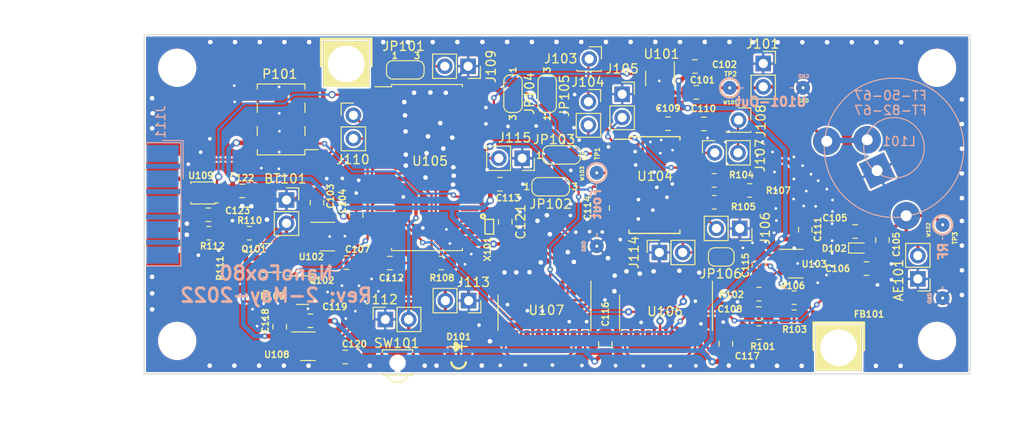
<source format=kicad_pcb>
(kicad_pcb (version 20211014) (generator pcbnew)
  (layers (0 "F.Cu" signal) (31 "B.Cu" signal) (34 "B.Paste" user) (35 "F.Paste" user) (36 "B.SilkS" user "B.Silkscreen") (37 "F.SilkS" user "F.Silkscreen") (38 "B.Mask" user) (39 "F.Mask" user) (44 "Edge.Cuts" user))
  (net 0 "")
  (net 1 "GND")
  (net 2 "+BATT")
  (net 3 "+5V")
  (net 4 "Net-(C102-Pad1)")
  (net 5 "Net-(C102-Pad2)")
  (net 6 "+3V3")
  (net 7 "Net-(C107-Pad1)")
  (net 8 "Net-(C108-Pad2)")
  (net 9 "Net-(C114-Pad1)")
  (net 10 "Net-(C114-Pad2)")
  (net 11 "Net-(C115-Pad1)")
  (net 12 "Net-(C115-Pad2)")
  (net 13 "Net-(C120-Pad1)")
  (net 14 "Net-(D101-Pad2)")
  (net 15 "Net-(J103-Pad1)")
  (net 16 "Net-(J104-Pad2)")
  (net 17 "Net-(J105-Pad2)")
  (net 18 "Net-(J106-Pad2)")
  (net 19 "Net-(J107-Pad1)")
  (net 20 "Net-(J107-Pad2)")
  (net 21 "Net-(J109-Pad2)")
  (net 22 "Net-(J110-Pad1)")
  (net 23 "Net-(J110-Pad2)")
  (net 29 "Net-(C106-Pad2)")
  (net 30 "Net-(C123-Pad2)")
  (net 31 "Net-(J112-Pad2)")
  (net 32 "Net-(J114-Pad2)")
  (net 33 "Net-(JP101-Pad1)")
  (net 34 "Net-(JP101-Pad2)")
  (net 35 "Net-(JP102-Pad1)")
  (net 36 "Net-(JP102-Pad2)")
  (net 37 "Net-(JP102-Pad3)")
  (net 38 "Net-(JP103-Pad2)")
  (net 39 "Net-(JP103-Pad3)")
  (net 40 "Net-(JP104-Pad2)")
  (net 41 "Net-(JP105-Pad2)")
  (net 42 "Net-(P101-Pad1)")
  (net 46 "Net-(Q101-Pad1)")
  (net 47 "Net-(Q101-Pad3)")
  (net 48 "Enable_Vdiv")
  (net 49 "Net-(R103-Pad2)")
  (net 50 "Net-(R104-Pad2)")
  (net 51 "Net-(R105-Pad1)")
  (net 52 "Net-(R107-Pad1)")
  (net 53 "Net-(R108-Pad1)")
  (net 54 "Vbat")
  (net 55 "Net-(U101-Pad3)")
  (net 56 "Net-(U101-Pad4)")
  (net 57 "Net-(U104-Pad5)")
  (net 62 "Net-(FB101-Pad2)")
  (net 65 "Net-(U105-Pad22)")
  (net 66 "Enable_5V")
  (net 69 "Net-(U106-Pad1)")
  (net 70 "Net-(U106-Pad12)")
  (net 73 "Net-(U106-Pad15)")
  (net 76 "Net-(U107-Pad1)")
  (net 79 "Net-(U107-Pad15)")
  (net 83 "Net-(AE101-Pad2)")
  (net 84 "Net-(U105-Pad16)")
  (net 85 "Net-(J111-Pad8)")
  (net 86 "Net-(J111-Pad9)")
  (net 87 "Net-(U105-Pad2)")
  (net 88 "Net-(U105-Pad3)")
  (footprint "Jumper:SolderJumper-3_P1.3mm_Bridged12_RoundedPad1.0x1.5mm_NumberLabels" (layer "F.Cu") (at 124.3 72.58)
    (fp_text reference "JP102")
    (fp_text value "SolderJumper_3_Bridged12")
  )
  (footprint "Connector_PinSocket_2.54mm:PinSocket_1x02_P2.54mm_Vertical" (layer "F.Cu") (at 142.17 68.88 90)
    (fp_text reference "J107")
    (fp_text value "Conn_01x02")
  )
  (footprint "Capacitor_SMD:C_0805_2012Metric_Pad1.18x1.45mm_HandSolder" (layer "F.Cu") (at 130.26 89.75 90)
    (fp_text reference "C116")
    (fp_text value "470nF")
  )
  (footprint "Jumper:SolderJumper-3_P1.3mm_Bridged12_RoundedPad1.0x1.5mm_NumberLabels" (layer "F.Cu") (at 123.92 62.43 90)
    (fp_text reference "JP105")
    (fp_text value "SolderJumper_3_Bridged12")
  )
  (footprint "Capacitor_SMD:C_0805_2012Metric_Pad1.18x1.45mm_HandSolder" (layer "F.Cu") (at 98.83 74.31 -90)
    (fp_text reference "C103")
    (fp_text value "10uF")
  )
  (footprint "Capacitor_SMD:C_0805_2012Metric_Pad1.18x1.45mm_HandSolder" (layer "F.Cu") (at 129.97 74.91 -90)
    (fp_text reference "C114")
    (fp_text value "67pF")
  )
  (footprint "Package_TO_SOT_SMD:SOT-23-5" (layer "F.Cu") (at 136.21 60.77 -90)
    (fp_text reference "U101")
    (fp_text value "UCC27517DBVR")
  )
  (footprint "Package_TO_SOT_SMD:SOT-23-5" (layer "F.Cu") (at 97.86 89.98)
    (fp_text reference "U108")
    (fp_text value "LP2985-5.0")
  )
  (footprint "Connector_PinSocket_2.54mm:PinSocket_1x02_P2.54mm_Vertical" (layer "F.Cu") (at 115.3 59.435 -90)
    (fp_text reference "J109")
    (fp_text value "Conn_01x02")
  )
  (footprint "Resistor_SMD:R_0805_2012Metric_Pad1.20x1.40mm_HandSolder" (layer "F.Cu") (at 93.19 83.18)
    (fp_text reference "R109")
    (fp_text value "100k")
  )
  (footprint "Capacitor_SMD:C_0805_2012Metric_Pad1.18x1.45mm_HandSolder" (layer "F.Cu") (at 90.68 73.04)
    (fp_text reference "C122")
    (fp_text value "470nF")
  )
  (footprint "Jumper:SolderJumper-3_P1.3mm_Bridged12_RoundedPad1.0x1.5mm_NumberLabels" (layer "F.Cu") (at 120.19 62.43 -90)
    (fp_text reference "JP104")
    (fp_text value "SolderJumper_3_Bridged12")
  )
  (footprint "Pin_Headers:Pin_Header_Straight_1x01" (layer "F.Cu") (at 102.02 59.1875)
    (fp_text reference "W308" hide)
    (fp_text value "CONN_01X01")
  )
  (footprint "Connector_PinSocket_2.54mm:PinSocket_1x02_P2.54mm_Vertical" (layer "F.Cu") (at 95.51 74.03)
    (fp_text reference "BT101")
    (fp_text value "6-12V")
  )
  (footprint "Jumper:SolderJumper-3_P1.3mm_Bridged12_RoundedPad1.0x1.5mm_NumberLabels" (layer "F.Cu") (at 125.48 69.11)
    (fp_text reference "JP103")
    (fp_text value "SolderJumper_3_Bridged12")
  )
  (footprint "Resistor_SMD:R_0805_2012Metric_Pad1.20x1.40mm_HandSolder" (layer "F.Cu") (at 142.11 71.89 180)
    (fp_text reference "R104")
    (fp_text value "100k")
  )
  (footprint "Measurement:Measurement_Point_ScopeProbe_Round-SMD-2sides-Pad_Small" (layer "F.Cu") (at 129.32 71.06 -90)
    (fp_text reference "W103")
    (fp_text value "TP1")
  )
  (footprint "Jumper:SolderJumper-3_P1.3mm_Bridged12_RoundedPad1.0x1.5mm_NumberLabels" (layer "F.Cu") (at 108.45 59.83)
    (fp_text reference "JP101")
    (fp_text value "SolderJumper_3_Bridged12")
  )
  (footprint "Capacitor_SMD:C_0805_2012Metric_Pad1.18x1.45mm_HandSolder" (layer "F.Cu") (at 101.9075 91.16)
    (fp_text reference "C120")
    (fp_text value "10nF")
  )
  (footprint "Inductor_SMD:Ferrite_Bead_NFZ32BW881_Reflow" (layer "F.Cu") (at 156.74 84.74 180)
    (fp_text reference "FB101")
    (fp_text value "FerriteBead_Small")
  )
  (footprint "Jumper:SolderJumper-2_P1.3mm_Bridged_RoundedPad1.0x1.5mm" (layer "F.Cu") (at 142.88 80.24)
    (fp_text reference "JP106")
    (fp_text value "SolderJumper_2_Bridged")
  )
  (footprint "Button_Switch_SMD:SW_SPST_B3U-3000P-B" (layer "F.Cu") (at 107.62 91.78 180)
    (fp_text reference "SW101")
    (fp_text value "SW_SPST")
  )
  (footprint "Package_SO:SOIC-28W_7.5x17.9mm_P1.27mm" (layer "F.Cu") (at 110.82 70.49)
    (fp_text reference "U105")
    (fp_text value "AVR128DA28")
  )
  (footprint "Capacitor_SMD:C_0805_2012Metric_Pad1.18x1.45mm_HandSolder" (layer "F.Cu") (at 137.0875 65.7)
    (fp_text reference "C109")
    (fp_text value "100nF")
  )
  (footprint "Package_SO:SOIC-16_3.9x9.9mm_A_P1.27mm" (layer "F.Cu") (at 123.62 86.32 -90)
    (fp_text reference "U107")
    (fp_text value "74HC390")
  )
  (footprint "Connector_PinSocket_2.54mm:PinSocket_1x02_P2.54mm_Vertical" (layer "F.Cu") (at 144.9 77.13 -90)
    (fp_text reference "J106")
    (fp_text value "Conn_01x02")
  )
  (footprint "Connector_PinHeader_2.54mm:PinHeader_1x02_P2.54_Nonpolarized" (layer "F.Cu") (at 102.83 64.815)
    (fp_text reference "J110")
    (fp_text value "I2C")
  )
  (footprint "Connector_PinSocket_2.54mm:PinSocket_1x02_P2.54mm_Vertical" (layer "F.Cu") (at 128.41 63.31)
    (fp_text reference "J104")
    (fp_text value "Conn_01x02")
  )
  (footprint "Capacitor_SMD:C_0805_2012Metric_Pad1.18x1.45mm_HandSolder" (layer "F.Cu") (at 118.76 72.31 180)
    (fp_text reference "C113")
    (fp_text value "470nF")
  )
  (footprint "Resistor_SMD:R_0805_2012Metric_Pad1.20x1.40mm_HandSolder" (layer "F.Cu") (at 112.37 80.9)
    (fp_text reference "R108")
    (fp_text value "1k")
  )
  (footprint "Capacitor_SMD:C_0805_2012Metric_Pad1.18x1.45mm_HandSolder" (layer "F.Cu") (at 140.17 62.29 180)
    (fp_text reference "C102")
    (fp_text value "470nF")
  )
  (footprint "Resistor_SMD:R_0805_2012Metric_Pad1.20x1.40mm_HandSolder" (layer "F.Cu") (at 89.92 81.48 90)
    (fp_text reference "R111")
    (fp_text value "12.4k")
  )
  (footprint "Capacitor_SMD:C_0805_2012Metric_Pad1.18x1.45mm_HandSolder" (layer "F.Cu") (at 102.05 80.86)
    (fp_text reference "C107")
    (fp_text value "10nF")
  )
  (footprint "MountingHole:MountingHole_3.2mm_M3" (layer "F.Cu") (at 166.4 59.6)
    (fp_text reference "REF**" hide)
    (fp_text value "MountingHole_3.2mm_M3")
  )
  (footprint "Connector_PinHeader_2.54mm:PinHeader_1x02_P2.54mm_Vertical" (layer "F.Cu") (at 164.31 82.635 180)
    (fp_text reference "AE101")
    (fp_text value "Antenna_Shield")
  )
  (footprint "Measurement:Measurement_Point_ScopeProbe_Round-SMD-2sides-Pad_Small" (layer "F.Cu") (at 167.01 76.73 -90)
    (fp_text reference "W102")
    (fp_text value "TP3")
  )
  (footprint "Diode_SMD:D_SC-80" (layer "F.Cu") (at 157.76 79.27)
    (fp_text reference "D102")
    (fp_text value "SMV1253-079LF")
  )
  (footprint "Resistor_SMD:R_0805_2012Metric_Pad1.20x1.40mm_HandSolder" (layer "F.Cu") (at 146.9975 88.5)
    (fp_text reference "R101")
    (fp_text value "200k")
  )
  (footprint "Capacitor_SMD:C_0805_2012Metric_Pad1.18x1.45mm_HandSolder" (layer "F.Cu") (at 106.77 80.91)
    (fp_text reference "C112")
    (fp_text value "470nF")
  )
  (footprint "Capacitor_SMD:C_0805_2012Metric_Pad1.18x1.45mm_HandSolder" (layer "F.Cu") (at 94.77 87.85 -90)
    (fp_text reference "C118")
    (fp_text value "10uF")
  )
  (footprint "Capacitor_SMD:C_0805_2012Metric_Pad1.18x1.45mm_HandSolder" (layer "F.Cu") (at 98.11 87.21)
    (fp_text reference "C119")
    (fp_text value "10uF")
  )
  (footprint "Resistor_SMD:R_0805_2012Metric_Pad1.20x1.40mm_HandSolder" (layer "F.Cu") (at 150.8275 86.76)
    (fp_text reference "R103")
    (fp_text value "np")
  )
  (footprint "MountingHole:MountingHole_3.2mm_M3" (layer "F.Cu") (at 166.4 89.4)
    (fp_text reference "REF**" hide)
    (fp_text value "MountingHole_3.2mm_M3")
  )
  (footprint "Capacitor_SMD:C_0805_2012Metric_Pad1.18x1.45mm_HandSolder" (layer "F.Cu") (at 152.04 77.27 -90)
    (fp_text reference "C111")
    (fp_text value "470nF")
  )
  (footprint "Connector_PinSocket_2.54mm:PinSocket_1x02_P2.54mm_Vertical" (layer "F.Cu") (at 106.28 87.06 90)
    (fp_text reference "J112")
    (fp_text value "Conn_01x02")
  )
  (footprint "Connector_PinSocket_2.54mm:PinSocket_1x01_P2.54mm_Vertical" (layer "F.Cu") (at 144.77 65.31)
    (fp_text reference "J108")
    (fp_text value "Conn_01x01")
  )
  (footprint "Package_SO:VSSOP-8_2.4x2.1mm_P0.5mm" (layer "F.Cu") (at 86.39 73.26 180)
    (fp_text reference "U109")
    (fp_text value "TXB0102DCU")
  )
  (footprint "Resistor_SMD:R_0805_2012Metric_Pad1.20x1.40mm_HandSolder" (layer "F.Cu") (at 142.12 74.28)
    (fp_text reference "R105")
    (fp_text value "22k")
  )
  (footprint "Resistor_SMD:R_0805_2012Metric_Pad1.20x1.40mm_HandSolder" (layer "F.Cu") (at 91.46 77.65)
    (fp_text reference "R110")
    (fp_text value "162k")
  )
  (footprint "Package_TO_SOT_SMD:SOT-23" (layer "F.Cu") (at 97.25 83.86)
    (fp_text reference "Q102")
    (fp_text value "BSS138")
  )
  (footprint "LED_SMD:LED_APDA1806SECK" (layer "F.Cu") (at 114.26 91.13 180)
    (fp_text reference "D101")
    (fp_text value "LED_Filled")
  )
  (footprint "Measurement:Measurement_Point_ScopeProbe_Round-SMD-2sides-Pad_Small" (layer "F.Cu") (at 143.8 61.79)
    (fp_text reference "W101")
    (fp_text value "TP2")
  )
  (footprint "Capacitor_SMD:C_0805_2012Metric_Pad1.18x1.45mm_HandSolder" (layer "F.Cu") (at 146.9775 86.42)
    (fp_text reference "C108")
    (fp_text value "100nF")
  )
  (footprint "Pin_Headers:Pin_Header_Straight_1x01" (layer "F.Cu") (at 155.69 90.1475)
    (fp_text reference "W308" hide)
    (fp_text value "CONN_01X01")
  )
  (footprint "Package_TO_SOT_SMD:SOT-23" (layer "F.Cu") (at 93.25 80.35 180)
    (fp_text reference "Q101")
    (fp_text value "BSS84")
  )
  (footprint "Capacitor_SMD:C_0805_2012Metric_Pad1.18x1.45mm_HandSolder" (layer "F.Cu") (at 146.98 81.08 -90)
    (fp_text reference "C115")
    (fp_text value "560nF")
  )
  (footprint "Capacitor_SMD:C_0805_2012Metric_Pad1.18x1.45mm_HandSolder" (layer "F.Cu") (at 157.48 77.47 180)
    (fp_text reference "C105")
    (fp_text value "220pF")
  )
  (footprint "Package_TO_SOT_SMD:SOT-23-5" (layer "F.Cu") (at 150.9975 80.97)
    (fp_text reference "U103")
    (fp_text value "OPA197")
  )
  (footprint "Oscillator:Oscillator_SMD_SiTime_SIT1566AC-4Pin_BGA" (layer "F.Cu") (at 117.615 76.9425)
    (fp_text reference "X101")
    (fp_text value "SIT1566AC TCO")
  )
  (footprint "Capacitor_SMD:C_0805_2012Metric_Pad1.18x1.45mm_HandSolder" (layer "F.Cu") (at 158.7 81.51 180)
    (fp_text reference "C106")
    (fp_text value "470nF")
  )
  (footprint "Resistor_SMD:R_0805_2012Metric_Pad1.20x1.40mm_HandSolder" (layer "F.Cu") (at 145.99 72.99)
    (fp_text reference "R107")
    (fp_text value "np")
  )
  (footprint "Package_SO:SOIC-16W_5.3x10.2mm_P1.27mm" (layer "F.Cu") (at 135.61 72.4)
    (fp_text reference "U104")
    (fp_text value "74HC4046")
  )
  (footprint "Connector_PinSocket_2.54mm:PinSocket_1x02_P2.54mm_Vertical" (layer "F.Cu") (at 115.36 85.005 -90)
    (fp_text reference "J113")
    (fp_text value "Conn_01x02")
  )
  (footprint "Capacitor_SMD:C_0805_2012Metric_Pad1.18x1.45mm_HandSolder" (layer "F.Cu") (at 143.38 89.71 90)
    (fp_text reference "C117")
    (fp_text value "470nF")
  )
  (footprint "Capacitor_SMD:C_0805_2012Metric_Pad1.18x1.45mm_HandSolder" (layer "F.Cu") (at 103.1 75.66 -90)
    (fp_text reference "C104")
    (fp_text value "10uF")
  )
  (footprint "Connector_PinSocket_2.54mm:PinSocket_1x02_P2.54mm_Vertical" (layer "F.Cu") (at 136.14 79.755 90)
    (fp_text reference "J114")
    (fp_text value "Conn_01x02")
  )
  (footprint "Capacitor_SMD:C_0805_2012Metric_Pad1.18x1.45mm_HandSolder" (layer "F.Cu") (at 87 75.64 180)
    (fp_text reference "C123")
    (fp_text value "470nF")
  )
  (footprint "Capacitor_SMD:C_0805_2012Metric_Pad1.18x1.45mm_HandSolder" (layer "F.Cu") (at 119.35 76.4125 -90)
    (fp_text reference "C121")
    (fp_text value "100nF")
  )
  (footprint "Capacitor_SMD:C_0805_2012Metric_Pad1.18x1.45mm_HandSolder" (layer "F.Cu") (at 140.9775 65.73 180)
    (fp_text reference "C110")
    (fp_text value "1uF")
  )
  (footprint "Resistor_SMD:R_0805_2012Metric_Pad1.20x1.40mm_HandSolder" (layer "F.Cu") (at 146.9975 84.3)
    (fp_text reference "R102")
    (fp_text value "200k")
  )
  (footprint "Resistor_SMD:R_0805_2012Metric_Pad1.20x1.40mm_HandSolder" (layer "F.Cu") (at 150.8275 84.68)
    (fp_text reference "R106")
    (fp_text value "15.8k")
  )
  (footprint "Connector_PinSocket_2.54mm:PinSocket_1x01_P2.54mm_Vertical" (layer "F.Cu") (at 128.5 58.64)
    (fp_text reference "J103")
    (fp_text value "Conn_01x01")
  )
  (footprint "Capacitor_SMD:C_0805_2012Metric_Pad1.18x1.45mm_HandSolder" (layer "F.Cu") (at 160.45 78.4 -90)
    (fp_text reference "C105")
    (fp_text value "220pF")
  )
  (footprint "MountingHole:MountingHole_3.2mm_M3" (layer "F.Cu") (at 83.6 89.4)
    (fp_text reference "REF**" hide)
    (fp_text value "MountingHole_3.2mm_M3")
  )
  (footprint "Connector_PinSocket_2.54mm:PinSocket_1x02_P2.54mm_Vertical" (layer "F.Cu") (at 121.19 69.475 -90)
    (fp_text reference "J115")
    (fp_text value "Conn_01x02")
  )
  (footprint "Package_SO:SOIC-16_3.9x9.9mm_A_P1.27mm" (layer "F.Cu") (at 136.86 86.33 -90)
    (fp_text reference "U106")
    (fp_text value "74HC390")
  )
  (footprint "Connector_PinSocket_2.54mm:PinSocket_1x02_P2.54mm_Vertical" (layer "F.Cu") (at 147.46 59.14)
    (fp_text reference "J101")
    (fp_text value "Conn_01x02")
  )
  (footprint "Resistor_SMD:R_0805_2012Metric_Pad1.20x1.40mm_HandSolder" (layer "F.Cu") (at 87.05 77.65 180)
    (fp_text reference "R112")
    (fp_text value "100k")
  )
  (footprint "Package_TO_SOT_SMD:SOT-23-5" (layer "F.Cu") (at 99.96 78.02)
    (fp_text reference "U102")
    (fp_text value "LP2985-3.3")
  )
  (footprint "MountingHole:MountingHole_3.2mm_M3" (layer "F.Cu") (at 83.6 59.6)
    (fp_text reference "REF**" hide)
    (fp_text value "MountingHole_3.2mm_M3")
  )
  (footprint "Connector_PinSocket_2.54mm:PinSocket_1x02_P2.54mm_Vertical" (layer "F.Cu") (at 132.085 62.49)
    (fp_text reference "J105")
    (fp_text value "Conn_01x02")
  )
  (footprint "Capacitor_SMD:C_0805_2012Metric_Pad1.18x1.45mm_HandSolder" (layer "F.Cu") (at 140.02 59.46 180)
    (fp_text reference "C101")
    (fp_text value "470nF")
  )
  (footprint "Connector_PinHeader_2.54mm:PinHeader_2x03_P2.54mm_Vertical_SMD" (layer "F.Cu") (at 94.925 65.24 180)
    (fp_text reference "P101")
    (fp_text value "ISP/PDI")
  )
  (footprint "Transformer_THT:Autotransformer_Toroid_1Tap_Horizontal_D14.0mm_Amidon-T50" (layer "B.Cu") (at 161.71 78.43 90)
    (fp_text reference "L101")
    (fp_text value "8uH" hide)
  )
  (footprint "Connector_Dsub:DSUB-9_Female_EdgeMount_P2.77mm" (layer "B.Cu") (at 82 74.5 90)
    (fp_text reference "J111")
    (fp_text value "DB9 Female")
  )
  (gr_line locked (start 80 93) (end 80 56) (layer "Edge.Cuts") (width 0.1))
  (gr_line locked (start 170 56) (end 170 93) (layer "Edge.Cuts") (width 0.1))
  (gr_line locked (start 170 93) (end 80 93) (layer "Edge.Cuts") (width 0.1))
  (gr_line locked (start 80 56) (end 170 56) (layer "Edge.Cuts") (width 0.1))
  (gr_text "FT-50-67\nFT-82-67" (at 161.33 63.44) (layer "B.SilkS") (effects (font (size 1 1)) (justify mirror)))
  (gr_text "U101-Out" (at 148.31 63.31) (layer "B.SilkS") (effects (font (size 1 1) (thickness 0.25)) (justify mirror)))
  (gr_text "NanoFox80\nRev: 2-May-2022" (at 94.39 83.22) (layer "B.SilkS") (effects (font (size 1.5 1.5) (thickness 0.3)) (justify mirror)))
  (gr_text "RF" (at 167.06 79.64 90) (layer "B.SilkS") (effects (font (size 1 1) (thickness 0.25)) (justify mirror)))
  (gr_text "Fout" (at 129.25 74.45 90) (layer "B.SilkS") (effects (font (size 1 1) (thickness 0.25)) (justify mirror)))
  (segment (start 99.97 77.37304) (end 99.97 76.5) (width 0.35) (layer "F.Cu") (net 1))
  (segment (start 88.13 79.51) (end 86.45 79.51) (width 0.25) (layer "F.Cu") (net 1))
  (segment (start 88.22 70.07) (end 90.76 70.07) (width 0.25) (layer "F.Cu") (net 1))
  (segment (start 151.87 73.33) (end 152.15 73.05) (width 0.35) (layer "F.Cu") (net 1))
  (segment (start 94.77 86.8125) (end 93.4575 86.8125) (width 0.35) (layer "F.Cu") (net 1))
  (segment (start 126.855 83.6) (end 126.795 83.54) (width 0.35) (layer "F.Cu") (net 1))
  (segment (start 91.7175 71.0275) (end 91.7175 73.04) (width 0.25) (layer "F.Cu") (net 1))
  (segment (start 155.01 75.27) (end 155.01 76.57) (width 0.35) (layer "F.Cu") (net 1))
  (segment (start 87.34 73.51) (end 87.1 73.27) (width 0.25) (layer "F.Cu") (net 1))
  (segment (start 98.83 72.760628) (end 99.893508 71.69712) (width 0.35) (layer "F.Cu") (net 1))
  (segment (start 112.869293 62.331503) (end 111.221503 62.331503) (width 0.35) (layer "F.Cu") (net 1))
  (segment (start 121.09 85.44) (end 121.76 86.11) (width 0.25) (layer "F.Cu") (net 1))
  (segment (start 100.74 82.56) (end 103.07 82.56) (width 0.35) (layer "F.Cu") (net 1))
  (segment (start 91.7175 74.6725) (end 91.68 74.71) (width 0.5) (layer "F.Cu") (net 1))
  (segment (start 126.163142 79.716858) (end 124.208142 77.761858) (width 0.35) (layer "F.Cu") (net 1))
  (segment (start 161.43 81.01) (end 161.42 81) (width 0.25) (layer "F.Cu") (net 1))
  (segment (start 122.67 66) (end 122.72 65.95) (width 0.25) (layer "F.Cu") (net 1))
  (segment (start 140.86 87.35) (end 143.1 87.35) (width 0.25) (layer "F.Cu") (net 1))
  (segment (start 113.73 70.5) (end 113.69 70.46) (width 0.35) (layer "F.Cu") (net 1))
  (segment (start 117.24 63.94) (end 117.24 65.72) (width 0.25) (layer "F.Cu") (net 1))
  (segment (start 93.4575 86.8125) (end 93.15 87.12) (width 0.35) (layer "F.Cu") (net 1))
  (segment (start 138.765 88.045) (end 139.27 87.54) (width 0.25) (layer "F.Cu") (net 1))
  (segment (start 119.22 81.97) (end 119.26 81.93) (width 0.35) (layer "F.Cu") (net 1))
  (segment (start 113.355 78.745) (end 113.32 78.78) (width 0.35) (layer "F.Cu") (net 1))
  (segment (start 108.43 66.5) (end 108.48 66.55) (width 0.35) (layer "F.Cu") (net 1))
  (segment (start 135.16 67.69) (end 134.82952 67.35952) (width 0.35) (layer "F.Cu") (net 1))
  (segment (start 99.95 81.77) (end 100.74 82.56) (width 0.35) (layer "F.Cu") (net 1))
  (segment (start 136.05 65.7) (end 136.05 67.19) (width 0.35) (layer "F.Cu") (net 1))
  (segment (start 119.22 83.6) (end 119.22 81.97) (width 0.35) (layer "F.Cu") (net 1))
  (segment (start 151.19 80.97) (end 151.21 80.95) (width 0.25) (layer "F.Cu") (net 1))
  (segment (start 119.59 85.44) (end 121.09 85.44) (width 0.25) (layer "F.Cu") (net 1))
  (segment (start 107.86 82.65) (end 107.96 82.75) (width 0.35) (layer "F.Cu") (net 1))
  (segment (start 97.85 85.89) (end 97.85 85.82) (width 0.35) (layer "F.Cu") (net 1))
  (segment (start 89.82 61.55) (end 94.56 61.55) (width 0.35) (layer "F.Cu") (net 1))
  (segment (start 100.22 78.01) (end 100.13348 77.92348) (width 0.35) (layer "F.Cu") (net 1))
  (segment (start 102.77 86.16) (end 101.97 86.96) (width 0.35) (layer "F.Cu") (net 1))
  (segment (start 103.07 80.8775) (end 103.0875 80.86) (width 0.35) (layer "F.Cu") (net 1))
  (segment (start 103.41 83.38) (end 103.07 83.04) (width 0.35) (layer "F.Cu") (net 1))
  (segment (start 100.13348 73.75348) (end 99.64 73.26) (width 0.35) (layer "F.Cu") (net 1))
  (segment (start 95.51 74.03) (end 96.38 74.03) (width 0.35) (layer "F.Cu") (net 1))
  (segment (start 99.97 76.5) (end 100.13348 76.33652) (width 0.35) (layer "F.Cu") (net 1))
  (segment (start 136.05 63.95) (end 136.1 64) (width 0.35) (layer "F.Cu") (net 1))
  (segment (start 97.1375 73.2725) (end 98.83 73.2725) (width 0.35) (layer "F.Cu") (net 1))
  (segment (start 103.17 71.67) (end 101.6 71.67) (width 0.35) (layer "F.Cu") (net 1))
  (segment (start 94.7 64.547665) (end 94.722326 64.569991) (width 0.35) (layer "F.Cu") (net 1))
  (segment (start 126.795 83.54) (end 126.795 80.817993) (width 0.35) (layer "F.Cu") (net 1))
  (segment (start 120.55 81.93) (end 121.96 81.93) (width 0.35) (layer "F.Cu") (net 1))
  (segment (start 93.01 85.34) (end 94.54 85.34) (width 0.35) (layer "F.Cu") (net 1))
  (segment (start 121.25 72.31) (end 121.27 72.29) (width 0.25) (layer "F.Cu") (net 1))
  (segment (start 119.235 83.6) (end 119.22 83.6) (width 0.35) (layer "F.Cu") (net 1))
  (segment (start 116.965 71.125) (end 117.37 70.72) (width 0.35) (layer "F.Cu") (net 1))
  (segment (start 103.07 83.04) (end 103.07 82.56) (width 0.35) (layer "F.Cu") (net 1))
  (segment (start 86.16 68.81) (end 86.16 68.35) (width 0.35) (layer "F.Cu") (net 1))
  (segment (start 118.2825 76.4425) (end 119.35 75.375) (width 0.25) (layer "F.Cu") (net 1))
  (segment (start 148.83 73.01) (end 148.87 72.97) (width 0.35) (layer "F.Cu") (net 1))
  (segment (start 88.99 74.69) (end 89.15 74.69) (width 0.25) (layer "F.Cu") (net 1))
  (segment (start 103.02 86.16) (end 102.77 86.16) (width 0.35) (layer "F.Cu") (net 1))
  (segment (start 145.965 88.4675) (end 145.9975 88.5) (width 0.25) (layer "F.Cu") (net 1))
  (segment (start 90.68 74.68) (end 90.71 74.71) (width 0.5) (layer "F.Cu") (net 1))
  (segment (start 136.965074 73.735624) (end 136.945624 73.735624) (width 0.25) (layer "F.Cu") (net 1))
  (segment (start 143.38 87.63) (end 143.38 88.6725) (width 0.25) (layer "F.Cu") (net 1))
  (segment (start 136.17 81.24) (end 136.14 81.21) (width 0.35) (layer "F.Cu") (net 1))
  (segment (start 115.36 83.9) (end 114.45 82.99) (width 0.35) (layer "F.Cu") (net 1))
  (segment (start 151.87 74.68) (end 151.87 73.33) (width 0.35) (layer "F.Cu") (net 1))
  (segment (start 144.78 86.42) (end 144.49 86.13) (width 0.25) (layer "F.Cu") (net 1))
  (segment (start 136.26 70.99) (end 137.55 72.28) (width 0.25) (layer "F.Cu") (net 1))
  (segment (start 94.7 61.69) (end 94.7 64.547665) (width 0.35) (layer "F.Cu") (net 1))
  (segment (start 105.52 83.99) (end 105.19 83.99) (width 0.35) (layer "F.Cu") (net 1))
  (segment (start 134.82952 66) (end 134.82952 64.79048) (width 0.35) (layer "F.Cu") (net 1))
  (segment (start 120.92 73.81) (end 120.92 75.3) (width 0.25) (layer "F.Cu") (net 1))
  (segment (start 137.58 68.59) (end 136.58 68.59) (width 0.35) (layer "F.Cu") (net 1))
  (segment (start 135.67 63.95) (end 136.05 63.95) (width 0.35) (layer "F.Cu") (net 1))
  (segment (start 138.765 89.005) (end 138.765 88.045) (width 0.25) (layer "F.Cu") (net 1))
  (segment (start 130.595 76.845) (end 129.92 77.52) (width 0.25) (layer "F.Cu") (net 1))
  (segment (start 100.21 78.02) (end 100.22 78.01) (width 0.35) (layer "F.Cu") (net 1))
  (segment (start 87.1 71.19) (end 88.22 70.07) (width 0.25) (layer "F.Cu") (net 1))
  (segment (start 145.9975 86.4775) (end 145.94 86.42) (width 0.25) (layer "F.Cu") (net 1))
  (segment (start 86.16 68.35) (end 87.16 67.35) (width 0.35) (layer "F.Cu") (net 1))
  (segment (start 103.11 73.27) (end 103.11 74.6125) (width 0.35) (layer "F.Cu") (net 1))
  (segment (start 139.27 87.54) (end 140.67 87.54) (width 0.25) (layer "F.Cu") (net 1))
  (segment (start 140.06 85.07) (end 140.035 85.045) (width 0.35) (layer "F.Cu") (net 1))
  (segment (start 99.95 78.28) (end 99.95 81.77) (width 0.35) (layer "F.Cu") (net 1))
  (segment (start 119.83 72.3425) (end 119.7975 72.31) (width 0.25) (layer "F.Cu") (net 1))
  (segment (start 98.83 73.2725) (end 98.83 72.760628) (width 0.35) (layer "F.Cu") (net 1))
  (segment (start 98.8425 73.26) (end 98.83 73.2725) (width 0.35) (layer "F.Cu") (net 1))
  (segment (start 110.66 69.03) (end 110.77 68.92) (width 0.35) (layer "F.Cu") (net 1))
  (segment (start 154.94 81.620552) (end 154.348032 82.21252) (width 0.35) (layer "F.Cu") (net 1))
  (segment (start 126.83 65.46) (end 125.83 64.46) (width 0.25) (layer "F.Cu") (net 1))
  (segment (start 143.32 67.69) (end 143.32 66.95) (width 0.35) (layer "F.Cu") (net 1))
  (segment (start 136.58 68.59) (end 136.25 68.92) (width 0.35) (layer "F.Cu") (net 1))
  (segment (start 146.81 69.21) (end 145.915489 70.104511) (width 0.35) (layer "F.Cu") (net 1))
  (segment (start 97.85 85.82) (end 98.64 85.03) (width 0.35) (layer "F.Cu") (net 1))
  (segment (start 147.62 78.7) (end 147.71 78.61) (width 0.35) (layer "F.Cu") (net 1))
  (segment (start 110.66 71.58) (end 110.66 69.03) (width 0.35) (layer "F.Cu") (net 1))
  (segment (start 91.68 74.71) (end 90.71 74.71) (width 0.5) (layer "F.Cu") (net 1))
  (segment (start 143.1 87.35) (end 143.38 87.63) (width 0.25) (layer "F.Cu") (net 1))
  (segment (start 119.83 73.81) (end 119.83 72.3425) (width 0.25) (layer "F.Cu") (net 1))
  (segment (start 92.849898 70.629898) (end 92.77 70.55) (width 0.35) (layer "F.Cu") (net 1))
  (segment (start 136.133371 61.030019) (end 136.133371 59.709129) (width 0.35) (layer "F.Cu") (net 1))
  (segment (start 84.595 70.345) (end 84.81 70.13) (width 0.35) (layer "F.Cu") (net 1))
  (segment (start 150.8 69.33) (end 151.75 70.28) (width 0.35) (layer "F.Cu") (net 1))
  (segment (start 91.7175 74.6725) (end 91.7175 73.04) (width 0.5) (layer "F.Cu") (net 1))
  (segment (start 155.01 76.57) (end 154.96 76.62) (width 0.35) (layer "F.Cu") (net 1))
  (segment (start 90.48 62.7) (end 89.86 63.32) (width 0.35) (layer "F.Cu") (net 1))
  (segment (start 123.47 75.69) (end 122.86 76.3) (width 0.35) (layer "F.Cu") (net 1))
  (segment (start 134.82952 64.79048) (end 135.67 63.95) (width 0.35) (layer "F.Cu") (net 1))
  (segment (start 109.36 62.33) (end 108.35 63.34) (width 0.35) (layer "F.Cu") (net 1))
  (segment (start 119.7975 72.31) (end 121.25 72.31) (width 0.25) (layer "F.Cu") (net 1))
  (segment (start 126.87 76.14) (end 126.45 75.72) (width 0.25) (layer "F.Cu") (net 1))
  (segment (start 134.28 73.99) (end 135.43 75.14) (width 0.25) (layer "F.Cu") (net 1))
  (segment (start 126.83 66.14) (end 126.83 66.92) (width 0.25) (layer "F.Cu") (net 1))
  (segment (start 106.54 82.65) (end 107.86 82.65) (width 0.35) (layer "F.Cu") (net 1))
  (segment (start 103.07 82.56) (end 103.07 80.8775) (width 0.35) (layer "F.Cu") (net 1))
  (segment (start 126.795 80.817993) (end 126.82748 80.785513) (width 0.35) (layer "F.Cu") (net 1))
  (segment (start 96.38 74.03) (end 97.1375 73.2725) (width 0.35) (layer "F.Cu") (net 1))
  (segment (start 87.94 73.51) (end 87.34 73.51) (width 0.25) (layer "F.Cu") (net 1))
  (segment (start 126.83 66.92) (end 127.4 67.49) (width 0.25) (layer "F.Cu") (net 1))
  (segment (start 128.48 77.54) (end 127.03 77.54) (width 0.25) (layer "F.Cu") (net 1))
  (segment (start 88.85 73.87) (end 88.85 74.55) (width 0.25) (layer "F.Cu") (net 1))
  (segment (start 150.8 73.89) (end 150.8 71.74) (width 0.35) (layer "F.Cu") (net 1))
  (segment (start 140.035 82.395) (end 140.48 81.95) (width 0.35) (layer "F.Cu") (net 1))
  (segment (start 131.24 83.98) (end 131.24 82.31) (width 0.35) (layer "F.Cu") (net 1))
  (segment (start 108.51 69.08) (end 108.51 70.27) (width 0.35) (layer "F.Cu") (net 1))
  (segment (start 92.3 87.78) (end 92.3 86.43) (width 0.35) (layer "F.Cu") (net 1))
  (segment (start 149.697 80.97) (end 151.19 80.97) (width 0.35) (layer "F.Cu") (net 1))
  (segment (start 140.67 87.54) (end 140.86 87.35) (width 0.25) (layer "F.Cu") (net 1))
  (segment (start 144.9 78.9) (end 145.25 79.25) (width 0.35) (layer "F.Cu") (net 1))
  (segment (start 105.19 83.99) (end 104.08 85.1) (width 0.35) (layer "F.Cu") (net 1))
  (segment (start 89.617623 76.286816) (end 89.617623 75.742377) (width 0.25) (layer "F.Cu") (net 1))
  (segment (start 113.73 71.38) (end 113.73 70.5) (width 0.35) (layer "F.Cu") (net 1))
  (segment (start 92.3 86.43) (end 91.81 85.94) (width 0.35) (layer "F.Cu") (net 1))
  (segment (start 154.96 78.47) (end 154.96 79.85) (width 0.35) (layer "F.Cu") (net 1))
  (segment (start 154.94 81.24) (end 154.94 81.620552) (width 0.35) (layer "F.Cu") (net 1))
  (segment (start 133.105 76.845) (end 133.85 76.1) (width 0.25) (layer "F.Cu") (net 1))
  (segment (start 136.945624 73.735624) (end 135.86 72.65) (width 0.25) (layer "F.Cu") (net 1))
  (segment (start 136.14 81.21) (end 136.14 79.755) (width 0.35) (layer "F.Cu") (net 1))
  (segment (start 104.04 83.38) (end 104.78 82.64) (width 0.35) (layer "F.Cu") (net 1))
  (segment (start 88.05 77.65) (end 88.05 79.43) (width 0.25) (layer "F.Cu") (net 1))
  (segment (start 144.9 77.13) (end 144.9 78.9) (width 0.35) (layer "F.Cu") (net 1))
  (segment (start 132.56 81.81) (end 133.76 81.81) (width 0.35) (layer "F.Cu") (net 1))
  (segment (start 136.133371 59.709129) (end 136.21 59.6325) (width 0.35) (layer "F.Cu") (net 1))
  (segment (start 135.57 70.99) (end 136.26 70.99) (width 0.25) (layer "F.Cu") (net 1))
  (segment (start 94.01 86.63) (end 94.04 86.63) (width 0.25) (layer "F.Cu") (net 1))
  (segment (start 113.73 71.38) (end 113.66 71.45) (width 0.35) (layer "F.Cu") (net 1))
  (segment (start 117.825 76.4425) (end 118.2825 76.4425) (width 0.25) (layer "F.Cu") (net 1))
  (segment (start 115.36 85.005) (end 115.36 83.9) (width 0.35) (layer "F.Cu") (net 1))
  (segment (start 148.64 76.52) (end 148.89 76.27) (width 0.35) (layer "F.Cu") (net 1))
  (segment (start 99.64 73.26) (end 98.8425 73.26) (width 0.35) (layer "F.Cu") (net 1))
  (segment (start 134.82952 67.35952) (end 134.82952 66) (width 0.35) (layer "F.Cu") (net 1))
  (segment (start 133.86 73.99) (end 134.28 73.99) (width 0.25) (layer "F.Cu") (net 1))
  (segment (start 82 70.345) (end 84.595 70.345) (width 0.35) (layer "F.Cu") (net 1))
  (segment (start 159.7375 83.1175) (end 159.91 83.29) (width 0.25) (layer "F.Cu") (net 1))
  (segment (start 113.985 71.125) (end 115.47 71.125) (width 0.35) (layer "F.Cu") (net 1))
  (segment (start 161.43 82.73) (end 161.43 81.01) (width 0.25) (layer "F.Cu") (net 1))
  (segment (start 103.11 74.6125) (end 103.1 74.6225) (width 0.35) (layer "F.Cu") (net 1))
  (segment (start 90.76 70.07) (end 91.7175 71.0275) (width 0.25) (layer "F.Cu") (net 1))
  (segment (start 143.38 88.6725) (end 144.6375 88.6725) (width 0.25) (layer "F.Cu") (net 1))
  (segment (start 94.54 85.34) (end 94.57 85.31) (width 0.35) (layer "F.Cu") (net 1))
  (segment (start 128.27 76.14) (end 126.87 76.14) (width 0.25) (layer "F.Cu") (net 1))
  (segment (start 123.880088 75.69) (end 123.47 75.69) (width 0.35) (layer "F.Cu") (net 1))
  (segment (start 155.01 73.46) (end 155.01 74.03) (width 0.35) (layer "F.Cu") (net 1))
  (segment (start 145.9975 88.5) (end 145.9975 86.4775) (width 0.25) (layer "F.Cu") (net 1))
  (segment (start 119.65 66) (end 122.67 66) (width 0.25) (layer "F.Cu") (net 1))
  (segment (start 113.73 71.38) (end 113.985 71.125) (width 0.35) (layer "F.Cu") (net 1))
  (segment (start 131.24 82.31) (end 131.27 82.28) (width 0.35) (layer "F.Cu") (net 1))
  (segment (start 111.221503 62.331503) (end 111.19 62.3) (width 0.35) (layer "F.Cu") (net 1))
  (segment (start 115.47 78.745) (end 113.355 78.745) (width 0.35) (layer "F.Cu") (net 1))
  (segment (start 100.86 84.06) (end 101.55 83.37) (width 0.35) (layer "F.Cu") (net 1))
  (segment (start 128.54 77.48) (end 128.48 77.54) (width 0.25) (layer "F.Cu") (net 1))
  (segment (start 143.564511 70.104511) (end 143.51 70.05) (width 0.35) (layer "F.Cu") (net 1))
  (segment (start 115.47 71.125) (end 116.965 71.125) (width 0.35) (layer "F.Cu") (net 1))
  (segment (start 99.99 84.06) (end 100.86 84.06) (width 0.35) (layer "F.Cu") (net 1))
  (segment (start 94.67216 70.629898) (end 92.849898 70.629898) (width 0.35) (layer "F.Cu") (net 1))
  (segment (start 112.6 68.2) (end 113.58 67.22) (width 0.35) (layer "F.Cu") (net 1))
  (segment (start 152.73 71.21) (end 153.45 71.93) (width 0.35) (layer "F.Cu") (net 1))
  (segment (start 88.05 79.43) (end 88.13 79.51) (width 0.25) (layer "F.Cu") (net 1))
  (segment (start 87.1 73.27) (end 87.1 71.19) (width 0.25) (layer "F.Cu") (net 1))
  (segment (start 100.22 78.01) (end 99.95 78.28) (width 0.35) (layer "F.Cu") (net 1))
  (segment (start 146.29 78.7) (end 147.62 78.7) (width 0.35) (layer "F.Cu") (net 1))
  (segment (start 89.617623 75.742377) (end 90.68 74.68) (width 0.25) (layer "F.Cu") (net 1))
  (segment (start 159.7375 81.51) (end 159.7375 83.1175) (width 0.25) (layer "F.Cu") (net 1))
  (segment (start 89.16 74.7) (end 90.69 74.7) (width 0.5) (layer "F.Cu") (net 1))
  (segment (start 143.32 66.95) (end 143.7 66.57) (width 0.35) (layer "F.Cu") (net 1))
  (segment (start 132.06 76.845) (end 133.105 76.845) (width 0.25) (layer "F.Cu") (net 1))
  (segment (start 86.45 79.51) (end 85.91 80.05) (width 0.25) (layer "F.Cu") (net 1))
  (segment (start 144.6375 88.4675) (end 145.965 88.4675) (width 0.25) (layer "F.Cu") (net 1))
  (segment (start 109.41 62.33) (end 109.36 62.33) (width 0.35) (layer "F.Cu") (net 1))
  (segment (start 88.85 74.55) (end 88.99 74.69) (width 0.25) (layer "F.Cu") (net 1))
  (segment (start 145.915489 70.104511) (end 143.564511 70.104511) (width 0.35) (layer "F.Cu") (net 1))
  (segment (start 94.56 61.55) (end 94.7 61.69) (width 0.35) (layer "F.Cu") (net 1))
  (segment (start 148.474225 68.754225) (end 147.39 67.67) (width 0.35) (layer "F.Cu") (net 1))
  (segment (start 138.45 81.88) (end 138.32 81.75) (width 0.35) (layer "F.Cu") (net 1))
  (segment (start 148.83 74.95) (end 148.83 73.01) (width 0.35) (layer "F.Cu") (net 1))
  (segment (start 133.76 81.81) (end 134.01 82.06) (width 0.35) (layer "F.Cu") (net 1))
  (segment (start 88.0375 75.64) (end 88.21 75.64) (width 0.5) (layer "F.Cu") (net 1))
  (segment (start 88.21 75.64) (end 89.16 74.69) (width 0.5) (layer "F.Cu") (net 1))
  (segment (start 121.96 81.93) (end 121.99 81.9) (width 0.35) (layer "F.Cu") (net 1))
  (segment (start 148.474225 68.79553) (end 148.474225 68.754225) (width 0.35) (layer "F.Cu") (net 1))
  (segment (start 152.67 71.21) (end 152.73 71.21) (width 0.35) (layer "F.Cu") (net 1))
  (segment (start 154.39 72.84) (end 155.01 73.46) (width 0.35) (layer "F.Cu") (net 1))
  (segment (start 113.66 71.45) (end 113.66 72.35) (width 0.35) (layer "F.Cu") (net 1))
  (segment (start 100.13348 76.33652) (end 100.13348 73.75348) (width 0.35) (layer "F.Cu") (net 1))
  (segment (start 112.6 68.41) (end 112.6 68.2) (width 0.35) (layer "F.Cu") (net 1))
  (segment (start 120.92 75.3) (end 120.95 75.33) (width 0.25) (layer "F.Cu") (net 1))
  (segment (start 119.35 74.29) (end 119.83 73.81) (width 0.25) (layer "F.Cu") (net 1))
  (segment (start 153.17 75.1025) (end 153.17 74.72) (width 0.35) (layer "F.Cu") (net 1))
  (segment (start 103.41 83.38) (end 104.04 83.38) (width 0.35) (layer "F.Cu") (net 1))
  (segment (start 94.74 68.78) (end 94.72 68.8) (width 0.35) (layer "F.Cu") (net 1))
  (segment (start 119.35 75.375) (end 119.35 74.29) (width 0.25) (layer "F.Cu") (net 1))
  (segment (start 92.4 62.7) (end 90.48 62.7) (width 0.35) (layer "F.Cu") (net 1))
  (segment (start 152.04 76.2325) (end 153.17 75.1025) (width 0.35) (layer "F.Cu") (net 1))
  (segment (start 114.45 82.99) (end 114.45 81.55134) (width 0.35) (layer "F.Cu") (net 1))
  (segment (start 136.08 81.24) (end 136.17 81.24) (width 0.35) (layer "F.Cu") (net 1))
  (segment (start 98.8225 78.02) (end 100.21 78.02) (width 0.35) (layer "F.Cu") (net 1))
  (segment (start 145.94 86.42) (end 144.78 86.42) (width 0.25) (layer "F.Cu") (net 1))
  (segment (start 87.94 73.51) (end 88.49 73.51) (width 0.25) (layer "F.Cu") (net 1))
  (segment (start 148.64 77.6) (end 148.64 76.52) (width 0.35) (layer "F.Cu") (net 1))
  (segment (start 140.035 83.655) (end 140.035 82.395) (width 0.35) (layer "F.Cu") (net 1))
  (segment (start 150.77 73.92) (end 150.8 73.89) (width 0.35) (layer "F.Cu") (net 1))
  (segment (start 144.6375 88.6725) (end 144.6375 88.4675) (width 0.25) (layer "F.Cu") (net 1))
  (segment (start 108.43 64.8) (end 108.43 66.5) (width 0.35) (layer "F.Cu") (net 1))
  (segment (start 135.51 81.81) (end 136.08 81.24) (width 0.35) (layer "F.Cu") (net 1))
  (segment (start 103.38 71.88) (end 103.17 71.67) (width 0.35) (layer "F.Cu") (net 1))
  (segment (start 100.13348 77.92348) (end 100.13348 77.53652) (width 0.35) (layer "F.Cu") (net 1))
  (segment (start 132.06 76.845) (end 130.595 76.845) (width 0.25) (layer "F.Cu") (net 1))
  (segment (start 140.035 85.045) (end 140.035 83.655) (width 0.35) (layer "F.Cu") (net 1))
  (segment (start 89.15 74.69) (end 89.16 74.7) (width 0.5) (layer "F.Cu") (net 1))
  (segment (start 100.13348 77.53652) (end 99.97 77.37304) (width 0.35) (layer "F.Cu") (net 1))
  (segment (start 126.83 66.14) (end 126.83 65.46) (width 0.25) (layer "F.Cu") (net 1))
  (segment (start 136.05 67.19) (end 136.34 67.48) (width 0.35) (layer "F.Cu") (net 1))
  (segment (start 88.49 73.51) (end 88.85 73.87) (width 0.25) (layer "F.Cu") (net 1))
  (segment (start 126.49 74.46) (end 126.49 70.8) (width 0.25) (layer "F.Cu") (net 1))
  (segment (start 114.45 81.55134) (end 114.958451 81.042889) (width 0.35) (layer "F.Cu") (net 1))
  (segment (start 94.74 66.53) (end 94.74 68.78) (width 0.35) (layer "F.Cu") (net 1))
  (via (at 124.49 92.04) (size 0.8) (drill 0.4) (layers "F.Cu" "B.Cu") (net 1))
  (via (at 114.45 82.99) (size 0.6) (drill 0.3) (layers "F.Cu" "B.Cu") (net 1))
  (via (at 121.76 86.11) (size 0.8) (drill 0.4) (layers "F.Cu" "B.Cu") (net 1))
  (via (at 111.19 62.3) (size 0.8) (drill 0.5) (layers "F.Cu" "B.Cu") (net 1))
  (via (at 136.25 68.92) (size 0.6) (drill 0.3) (layers "F.Cu" "B.Cu") (net 1))
  (via (at 116.792 92.09) (size 0.8) (drill 0.5) (layers "F.Cu" "B.Cu") (net 1))
  (via (at 118.8 92.07) (size 0.8) (drill 0.4) (layers "F.Cu" "B.Cu") (net 1))
  (via (at 148.64 77.6) (size 0.6) (drill 0.3) (layers "F.Cu" "B.Cu") (net 1))
  (via (at 154.414 56.82) (size 0.8) (drill 0.5) (layers "F.Cu" "B.Cu") (net 1))
  (via (at 108.48 66.55) (size 0.8) (drill 0.5) (layers "F.Cu" "B.Cu") (net 1))
  (via (at 112.6 68.41) (size 0.8) (drill 0.5) (layers "F.Cu" "B.Cu") (net 1))
  (via (at 84.66 76.61) (size 0.8) (drill 0.5) (layers "F.Cu" "B.Cu") (net 1))
  (via (at 128.27 76.14) (size 0.8) (drill 0.4) (layers "F.Cu" "B.Cu") (net 1))
  (via (at 151.656 92.12) (size 0.8) (drill 0.5) (layers "F.Cu" "B.Cu") (net 1))
  (via (at 131.88 78.34) (size 0.8) (drill 0.4) (layers "F.Cu" "B.Cu") (net 1))
  (via (at 111.86 92.1) (size 0.8) (drill 0.5) (layers "F.Cu" "B.Cu") (net 1))
  (via (at 161.42 81) (size 0.8) (drill 0.4) (layers "F.Cu" "B.Cu") (net 1))
  (via (at 94.57 85.31) (size 0.6) (drill 0.3) (layers "F.Cu" "B.Cu") (net 1))
  (via (at 114.958451 81.042889) (size 0.6) (drill 0.3) (layers "F.Cu" "B.Cu") (net 1))
  (via (at 122.242 56.79) (size 0.8) (drill 0.5) (layers "F.Cu" "B.Cu") (net 1))
  (via (at 93.01 85.34) (size 0.6) (drill 0.3) (layers "F.Cu" "B.Cu") (net 1))
  (via (at 135.43 75.14) (size 0.8) (drill 0.4) (layers "F.Cu" "B.Cu") (net 1))
  (via (at 159.798 56.82) (size 0.8) (drill 0.5) (layers "F.Cu" "B.Cu") (net 1))
  (via (at 148.83 74.95) (size 0.6) (drill 0.3) (layers "F.Cu" "B.Cu") (net 1))
  (via (at 89.902 56.8) (size 0.8) (drill 0.5) (layers "F.Cu" "B.Cu") (net 1))
  (via (at 148.69 70.97) (size 0.6) (drill 0.3) (layers "F.Cu" "B.Cu") (net 1))
  (via (at 147.39 67.67) (size 0.6) (drill 0.3) (layers "F.Cu" "B.Cu") (net 1))
  (via (at 101.87982 77.973521) (size 0.6) (drill 0.3) (layers "F.Cu" "B.Cu") (net 1))
  (via (at 94.72 68.8) (size 0.6) (drill 0.3) (layers "F.Cu" "B.Cu") (net 1))
  (via (at 126.163142 79.716858) (size 0.8) (drill 0.5) (layers "F.Cu" "B.Cu") (net 1))
  (via (at 143.712 92.09) (size 0.8) (drill 0.5) (layers "F.Cu" "B.Cu") (net 1))
  (via (at 111.438 56.8) (size 0.8) (drill 0.5) (layers "F.Cu" "B.Cu") (net 1))
  (via (at 127.626 56.79) (size 0.8) (drill 0.5) (layers "F.Cu" "B.Cu") (net 1))
  (via (at 146.81 69.21) (size 0.6) (drill 0.3) (layers "F.Cu" "B.Cu") (net 1))
  (via (at 104.08 85.1) (size 0.6) (drill 0.3) (layers "F.Cu" "B.Cu") (net 1))
  (via (at 151.03 82.92) (size 0.6) (drill 0.3) (layers "F.Cu" "B.Cu") (net 1))
  (via (at 131.24 83.98) (size 0.8) (drill 0.5) (layers "F.Cu" "B.Cu") (net 1))
  (via (at 137.55 72.28) (size 0.8) (drill 0.4) (layers "F.Cu" "B.Cu") (net 1))
  (via (at 126.49 74.46) (size 0.8) (drill 0.4) (layers "F.Cu" "B.Cu") (net 1))
  (via (at 135.86 72.65) (size 0.8) (drill 0.4) (layers "F.Cu" "B.Cu") (net 1))
  (via (at 106.054 56.8) (size 0.8) (drill 0.5) (layers "F.Cu" "B.Cu") (net 1))
  (via (at 140.12 92.12) (size 0.8) (drill 0.4) (layers "F.Cu" "B.Cu") (net 1))
  (via (at 95.22 92.1) (size 0.8) (drill 0.5) (layers "F.Cu" "B.Cu") (net 1))
  (via (at 108.51 70.27) (size 0.8) (drill 0.5) (layers "F.Cu" "B.Cu") (net 1))
  (via (at 117.24 65.72) (size 0.8) (drill 0.4) (layers "F.Cu" "B.Cu") (net 1))
  (via (at 89.86 63.32) (size 0.6) (drill 0.3) (layers "F.Cu" "B.Cu") (net 1))
  (via (at 113.32 78.78) (size 0.6) (drill 0.3) (layers "F.Cu" "B.Cu") (net 1))
  (via (at 140.67 87.54) (size 0.8) (drill 0.4) (layers "F.Cu" "B.Cu") (net 1))
  (via (at 159.91 83.29) (size 0.8) (drill 0.4) (layers "F.Cu" "B.Cu") (net 1))
  (via (at 92.77 70.55) (size 0.6) (drill 0.3) (layers "F.Cu" "B.Cu") (net 1))
  (via (at 151.87 74.68) (size 0.6) (drill 0.3) (layers "F.Cu" "B.Cu") (net 1))
  (via (at 113.69 70.46) (size 0.8) (drill 0.5) (layers "F.Cu" "B.Cu") (net 1))
  (via (at 116.858 56.79) (size 0.8) (drill 0.5) (layers "F.Cu" "B.Cu") (net 1))
  (via (at 103.41 83.38) (size 0.6) (drill 0.3) (layers "F.Cu" "B.Cu") (net 1))
  (via (at 134.15 87.38) (size 0.8) (drill 0.4) (layers "F.Cu" "B.Cu") (net 1))
  (via (at 133.01 56.79) (size 0.8) (drill 0.5) (layers "F.Cu" "B.Cu") (net 1))
  (via (at 104.58 92.1) (size 0.8) (drill 0.5) (layers "F.Cu" "B.Cu") (net 1))
  (via (at 84.81 70.13) (size 0.8) (drill 0.4) (layers "F.Cu" "B.Cu") (net 1))
  (via (at 116.49 87.68) (size 0.8) (drill 0.4) (layers "F.Cu" "B.Cu") (net 1))
  (via (at 169.11 79.004) (size 0.8) (drill 0.5) (layers "F.Cu" "B.Cu") (net 1))
  (via (at 154.39 72.84) (size 0.6) (drill 0.3) (layers "F.Cu" "B.Cu") (net 1))
  (via (at 152.67 71.21) (size 0.6) (drill 0.3) (layers "F.Cu" "B.Cu") (net 1))
  (via (at 126.32 87.3) (size 0.8) (drill 0.4) (layers "F.Cu" "B.Cu") (net 1))
  (via (at 106.54 82.65) (size 0.6) (drill 0.3) (layers "F.Cu" "B.Cu") (net 1))
  (via (at 169.11 68.436) (size 0.8) (drill 0.5) (layers "F.Cu" "B.Cu") (net 1))
  (via (at 169.11 84.388) (size 0.8) (drill 0.5) (layers "F.Cu" "B.Cu") (net 1))
  (via (at 126.83 66.14) (size 0.8) (drill 0.4) (layers "F.Cu" "B.Cu") (net 1))
  (via (at 87.144 92.1) (size 0.8) (drill 0.5) (layers "F.Cu" "B.Cu") (net 1))
  (via (at 127.7 92.08) (size 0.8) (drill 0.4) (layers "F.Cu" "B.Cu") (net 1))
  (via (at 145.25 79.25) (size 0.6) (drill 0.3) (layers "F.Cu" "B.Cu") (net 1))
  (via (at 113.73 71.38) (size 0.8) (drill 0.5) (layers "F.Cu" "B.Cu") (net 1))
  (via (at 131.27 82.28) (size 0.8) (drill 0.5) (layers "F.Cu" "B.Cu") (net 1))
  (via (at 80.93 64.57) (size 0.8) (drill 0.5) (layers "F.Cu" "B.Cu") (net 1))
  (via (at 161.43 82.73) (size 0.8) (drill 0.4) (layers "F.Cu" "B.Cu") (net 1))
  (via (at 148.87 72.97) (size 0.6) (drill 0.3) (layers "F.Cu" "B.Cu") (net 1))
  (via (at 134.38 92.12) (size 0.8) (drill 0.4) (layers "F.Cu" "B.Cu") (net 1))
  (via (at 120.92 73.81) (size 0.8) (drill 0.4) (layers "F.Cu" "B.Cu") (net 1))
  (via (at 91.68 74.71) (size 0.8) (drill 0.5) (layers "F.Cu" "B.Cu") (net 1))
  (via (at 143.51 70.05) (size 0.6) (drill 0.3) (layers "F.Cu" "B.Cu") (net 1))
  (via (at 119.59 85.44) (size 0.8) (drill 0.4) (layers "F.Cu" "B.Cu") (net 1))
  (via (at 132.56 81.81) (size 0.8) (drill 0.5) (layers "F.Cu" "B.Cu") (net 1))
  (via (at 108.24 73.69) (size 0.8) (drill 0.4) (layers "F.Cu" "B.Cu") (net 1))
  (via (at 154.348032 82.21252) (size 0.6) (drill 0.3) (layers "F.Cu" "B.Cu") (net 1))
  (via (at 138.32 81.75) (size 0.8) (drill 0.5) (layers "F.Cu" "B.Cu") (net 1))
  (via (at 146.338 56.82) (size 0.8) (drill 0.5) (layers "F.Cu" "B.Cu") (net 1))
  (via (at 122.86 76.3) (size 0.8) (drill 0.5) (layers "F.Cu" "B.Cu") (net 1))
  (via (at 120.98 76.98) (size 0.8) (drill 0.4) (layers "F.Cu" "B.Cu") (net 1))
  (via (at 119.26 81.93) (size 0.8) (drill 0.5) (layers "F.Cu" "B.Cu") (net 1))
  (via (at 93.15 87.12) (size 0.6) (drill 0.3) (layers "F.Cu" "B.Cu") (net 1))
  (via (at 101.6 71.67) (size 0.8) (drill 0.4) (layers "F.Cu" "B.Cu") (net 1))
  (via (at 103.11 73.27) (size 0.8) (drill 0.4) (layers "F.Cu" "B.Cu") (net 1))
  (via (at 99.99 84.06) (size 0.6) (drill 0.3) (layers "F.Cu" "B.Cu") (net 1))
  (via (at 112.263334 65.633266) (size 0.8) (drill 0.5) (layers "F.Cu" "B.Cu") (net 1))
  (via (at 148.89 76.27) (size 0.6) (drill 0.3) (layers "F.Cu" "B.Cu") (net 1))
  (via (at 133.86 73.99) (size 0.8) (drill 0.4) (layers "F.Cu" "B.Cu") (net 1))
  (via (at 110.77 68.92) (size 0.8) (drill 0.5) (layers "F.Cu" "B.Cu") (net 1))
  (via (at 128.21 87.3) (size 0.8) (drill 0.4) (layers "F.Cu" "B.Cu") (net 1))
  (via (at 122.72 65.95) (size 0.8) (drill 0.4) (layers "F.Cu" "B.Cu") (net 1))
  (via (at 151.722 56.82) (size 0.8) (drill 0.5) (layers "F.Cu" "B.Cu") (net 1))
  (via (at 85.91 80.05) (size 0.8) (drill 0.4) (layers "F.Cu" "B.Cu") (net 1))
  (via (at 112.94 77.23) (size 0.6) (drill 0.3) (layers "F.Cu" "B.Cu") (net 1))
  (via (at 110.93 67.09) (size 0.8) (drill 0.5) (layers "F.Cu" "B.Cu") (net 1))
  (via (at 119.55 56.79) (size 0.8) (drill 0.5) (layers "F.Cu" "B.Cu") (net 1))
  (via (at 92.3 87.78) (size 0.6) (drill 0.3) (layers "F.Cu" "B.Cu") (net 1))
  (via (at 89.836 92.1) (size 0.8) (drill 0.5) (layers "F.Cu" "B.Cu") (net 1))
  (via (at 162.49 56.82) (size 0.8) (drill 0.5) (layers "F.Cu" "B.Cu") (net 1))
  (via (at 99.893508 71.69712) (size 0.8) (drill 0.4) (layers "F.Cu" "B.Cu") (net 1))
  (via (at 157.106 56.82) (size 0.8) (drill 0.5) (layers "F.Cu" "B.Cu") (net 1))
  (via (at 80.87 84.21) (size 0.8) (drill 0.5) (layers "F.Cu" "B.Cu") (net 1))
  (via (at 94.722326 64.569991) (size 0.6) (drill 0.3) (layers "F.Cu" "B.Cu") (net 1))
  (via (at 121.53 92.02) (size 0.8) (drill 0.4) (layers "F.Cu" "B.Cu") (net 1))
  (via (at 93.386725 76.168719) (size 0.8) (drill 0.5) (layers "F.Cu" "B.Cu") (net 1))
  (via (at 110.57 92.1) (size 0.8) (drill 0.5) (layers "F.Cu" "B.Cu") (net 1))
  (via (at 148.474225 68.79553) (size 0.6) (drill 0.3) (layers "F.Cu" "B.Cu") (net 1))
  (via (at 86.16 68.81) (size 0.8) (drill 0.4) (layers "F.Cu" "B.Cu") (net 1))
  (via (at 95.286 56.8) (size 0.8) (drill 0.5) (layers "F.Cu" "B.Cu") (net 1))
  (via (at 148.964 92.12) (size 0.8) (drill 0.5) (layers "F.Cu" "B.Cu") (net 1))
  (via (at 97.85 85.89) (size 0.6) (drill 0.3) (layers "F.Cu" "B.Cu") (net 1))
  (via (at 110.36 77.08) (size 0.8) (drill 0.4) (layers "F.Cu" "B.Cu") (net 1))
  (via (at 162.424 92.12) (size 0.8) (drill 0.5) (layers "F.Cu" "B.Cu") (net 1))
  (via (at 101.97 86.96) (size 0.6) (drill 0.3) (layers "F.Cu" "B.Cu") (net 1))
  (via (at 98.64 85.03) (size 0.6) (drill 0.3) (layers "F.Cu" "B.Cu") (net 1))
  (via (at 129.92 77.52) (size 0.8) (drill 0.4) (layers "F.Cu" "B.Cu") (net 1))
  (via (at 108.35 63.34) (size 0.8) (drill 0.5) (layers "F.Cu" "B.Cu") (net 1))
  (via (at 104.78 82.64) (size 0.6) (drill 0.3) (layers "F.Cu" "B.Cu") (net 1))
  (via (at 169.11 73.82) (size 0.8) (drill 0.5) (layers "F.Cu" "B.Cu") (net 1))
  (via (at 80.87 62.93) (size 0.8) (drill 0.5) (layers "F.Cu" "B.Cu") (net 1))
  (via (at 103.38 71.88) (size 0.8) (drill 0.4) (layers "F.Cu" "B.Cu") (net 1))
  (via (at 117.68 89.44) (size 0.8) (drill 0.5) (layers "F.Cu" "B.Cu") (net 1))
  (via (at 154.96 76.62) (size 0.6) (drill 0.3) (layers "F.Cu" "B.Cu") (net 1))
  (via (at 130.21 84.93) (size 0.8) (drill 0.4) (layers "F.Cu" "B.Cu") (net 1))
  (via (at 152.15 73.05) (size 0.6) (drill 0.3) (layers "F.Cu" "B.Cu") (net 1))
  (via (at 108.43 64.8) (size 0.8) (drill 0.5) (layers "F.Cu" "B.Cu") (net 1))
  (via (at 151.75 70.28) (size 0.6) (drill 0.3) (layers "F.Cu" "B.Cu") (net 1))
  (via (at 144.66 85.14) (size 0.8) (drill 0.4) (layers "F.Cu" "B.Cu") (net 1))
  (via (at 121.99 81.9) (size 0.8) (drill 0.5) (layers "F.Cu" "B.Cu") (net 1))
  (via (at 108.746 56.8) (size 0.8) (drill 0.5) (layers "F.Cu" "B.Cu") (net 1))
  (via (at 80.87 66.21) (size 0.8) (drill 0.5) (layers "F.Cu" "B.Cu") (net 1))
  (via (at 130.59 68.23) (size 0.8) (drill 0.4) (layers "F.Cu" "B.Cu") (net 1))
  (via (at 89.617623 76.286816) (size 0.8) (drill 0.4) (layers "F.Cu" "B.Cu") (net 1))
  (via (at 80.87 82.41) (size 0.8) (drill 0.5) (layers "F.Cu" "B.Cu") (net 1))
  (via (at 150.8 69.33) (size 0.6) (drill 0.3) (layers "F.Cu" "B.Cu") (net 1))
  (via (at 97.912 92.1) (size 0.8) (drill 0.5) (layers "F.Cu" "B.Cu") (net 1))
  (via (at 143.1 87.35) (size 0.8) (drill 0.4) (layers "F.Cu" "B.Cu") (net 1))
  (via (at 149.03 56.82) (size 0.8) (drill 0.5) (layers "F.Cu" "B.Cu") (net 1))
  (via (at 143.7 66.57) (size 0.6) (drill 0.3) (layers "F.Cu" "B.Cu") (net 1))
  (via (at 140.48 81.95) (size 0.8) (drill 0.5) (layers "F.Cu" "B.Cu") (net 1))
  (via (at 136.965074 73.735624) (size 0.8) (drill 0.4) (layers "F.Cu" "B.Cu") (net 1))
  (via (at 110.66 71.58) (size 0.8) (drill 0.5) (layers "F.Cu" "B.Cu") (net 1))
  (via (at 80.87 85.96) (size 0.8) (drill 0.5) (layers "F.Cu" "B.Cu") (net 1))
  (via (at 154.94 81.24) (size 0.6) (drill 0.3) (layers "F.Cu" "B.Cu") (net 1))
  (via (at 112.869293 62.331503) (size 0.8) (drill 0.5) (layers "F.Cu" "B.Cu") (net 1))
  (via (at 87.16 67.35) (size 0.8) (drill 0.4) (layers "F.Cu" "B.Cu") (net 1))
  (via (at 153.17 74.72) (size 0.6) (drill 0.3) (layers "F.Cu" "B.Cu") (net 1))
  (via (at 136.1 64) (size 0.6) (drill 0.3) (layers "F.Cu" "B.Cu") (net 1))
  (via (at 87.21 56.8) (size 0.8) (drill 0.5) (layers "F.Cu" "B.Cu") (net 1))
  (via (at 136.34 67.48) (size 0.6) (drill 0.3) (layers "F.Cu" "B.Cu") (net 1))
  (via (at 133.56 70.21) (size 0.8) (drill 0.4) (layers "F.Cu" "B.Cu") (net 1))
  (via (at 107.96 82.75) (size 0.6) (drill 0.3) (layers "F.Cu" "B.Cu") (net 1))
  (via (at 126.49 70.8) (size 0.8) (drill 0.4) (layers "F.Cu" "B.Cu") (net 1))
  (via (at 133.5 68.75) (size 0.8) (drill 0.4) (layers "F.Cu" "B.Cu") (net 1))
  (via (at 121.27 72.29) (size 0.8) (drill 0.4) (layers "F.Cu" "B.Cu") (net 1))
  (via (at 146.272 92.12) (size 0.8) (drill 0.5) (layers "F.Cu" "B.Cu") (net 1))
  (via (at 123.39 86.15) (size 0.8) (drill 0.4) (layers "F.Cu" "B.Cu") (net 1))
  (via (at 153.45 71.93) (size 0.6) (drill 0.3) (layers "F.Cu" "B.Cu") (net 1))
  (via (at 120.55 81.93) (size 0.8) (drill 0.5) (layers "F.Cu" "B.Cu") (net 1))
  (via (at 133.85 76.1) (size 0.8) (drill 0.4) (layers "F.Cu" "B.Cu") (net 1))
  (via (at 128.54 77.48) (size 0.8) (drill 0.4) (layers "F.Cu" "B.Cu") (net 1))
  (via (at 114.13 56.8) (size 0.8) (drill 0.5) (layers "F.Cu" "B.Cu") (net 1))
  (via (at 150.8 71.74) (size 0.6) (drill 0.3) (layers "F.Cu" "B.Cu") (net 1))
  (via (at 124.934 56.79) (size 0.8) (drill 0.5) (layers "F.Cu" "B.Cu") (net 1))
  (via (at 97.978 56.8) (size 0.8) (drill 0.5) (layers "F.Cu" "B.Cu") (net 1))
  (via (at 143.778 56.79) (size 0.8) (drill 0.5) (layers "F.Cu" "B.Cu") (net 1))
  (via (at 137.58 68.59) (size 0.6) (drill 0.3) (layers "F.Cu" "B.Cu") (net 1))
  (via (at 140.06 85.07) (size 0.8) (drill 0.4) (layers "F.Cu" "B.Cu") (net 1))
  (via (at 134.01 82.06) (size 0.8) (drill 0.5) (layers "F.Cu" "B.Cu") (net 1))
  (via (at 117.24 63.94) (size 0.8) (drill 0.4) (layers "F.Cu" "B.Cu") (net 1))
  (via (at 147.71 78.61) (size 0.6) (drill 0.3) (layers "F.Cu" "B.Cu") (net 1))
  (via (at 135.702 56.79) (size 0.8) (drill 0.5) (layers "F.Cu" "B.Cu") (net 1))
  (via (at 126.82748 80.785513) (size 0.8) (drill 0.5) (layers "F.Cu" "B.Cu") (net 1))
  (via (at 109.41 62.33) (size 0.8) (drill 0.5) (layers "F.Cu" "B.Cu") (net 1))
  (via (at 169.11 65.744) (size 0.8) (drill 0.5) (layers "F.Cu" "B.Cu") (net 1))
  (via (at 120.95 75.33) (size 0.8) (drill 0.4) (layers "F.Cu" "B.Cu") (net 1))
  (via (at 169.11 71.128) (size 0.8) (drill 0.5) (layers "F.Cu" "B.Cu") (net 1))
  (via (at 169.11 63.052) (size 0.8) (drill 0.5) (layers "F.Cu" "B.Cu") (net 1))
  (via (at 94.67216 70.629898) (size 0.6) (drill 0.3) (layers "F.Cu" "B.Cu") (net 1))
  (via (at 138.394 56.79) (size 0.8) (drill 0.5) (layers "F.Cu" "B.Cu") (net 1))
  (via (at 154.96 79.85) (size 0.6) (drill 0.3) (layers "F.Cu" "B.Cu") (net 1))
  (via (at 119.65 66) (size 0.8) (drill 0.4) (layers "F.Cu" "B.Cu") (net 1))
  (via (at 127.4 67.49) (size 0.8) (drill 0.4) (layers "F.Cu" "B.Cu") (net 1))
  (via (at 169.11 81.696) (size 0.8) (drill 0.5) (layers "F.Cu" "B.Cu") (net 1))
  (via (at 150.77 73.92) (size 0.6) (drill 0.3) (layers "F.Cu" "B.Cu") (net 1))
  (via (at 135.57 70.99) (size 0.8) (drill 0.4) (layers "F.Cu" "B.Cu") (net 1))
  (via (at 126.907993 62.523416) (size 0.8) (drill 0.4) (layers "F.Cu" "B.Cu") (net 1))
  (via (at 127.03 77.54) (size 0.8) (drill 0.4) (layers "F.Cu" "B.Cu") (net 1))
  (via (at 115.64 79.93) (size 0.6) (drill 0.3) (layers "F.Cu" "B.Cu") (net 1))
  (via (at 103.02 86.16) (size 0.6) (drill 0.3) (layers "F.Cu" "B.Cu") (net 1))
  (via (at 155.01 74.03) (size 0.6) (drill 0.3) (layers "F.Cu" "B.Cu") (net 1))
  (via (at 113.58 67.22) (size 0.8) (drill 0.5) (layers "F.Cu" "B.Cu") (net 1))
  (via (at 135.16 67.69) (size 0.6) (drill 0.3) (layers "F.Cu" "B.Cu") (net 1))
  (via (at 153.4 83.05) (size 0.6) (drill 0.3) (layers "F.Cu" "B.Cu") (net 1))
  (via (at 130.318 56.79) (size 0.8) (drill 0.5) (layers "F.Cu" "B.Cu") (net 1))
  (via (at 108.51 69.08) (size 0.8) (drill 0.5) (layers "F.Cu" "B.Cu") (net 1))
  (via (at 159.732 92.12) (size 0.8) (drill 0.5) (layers "F.Cu" "B.Cu") (net 1))
  (via (at 144.49 86.13) (size 0.8) (drill 0.4) (layers "F.Cu" "B.Cu") (net 1))
  (via (at 117.37 70.72) (size 0.8) (drill 0.4) (layers "F.Cu" "B.Cu") (net 1))
  (via (at 155.01 75.27) (size 0.6) (drill 0.3) (layers "F.Cu" "B.Cu") (net 1))
  (via (at 131.37 92.1) (size 0.8) (drill 0.4) (layers "F.Cu" "B.Cu") (net 1))
  (via (at 105.52 83.99) (size 0.6) (drill 0.3) (layers "F.Cu" "B.Cu") (net 1))
  (via (at 135.51 81.81) (size 0.8) (drill 0.5) (layers "F.Cu" "B.Cu") (net 1))
  (via (at 143.32 67.69) (size 0.6) (drill 0.3) (layers "F.Cu" "B.Cu") (net 1))
  (via (at 101.55 83.37) (size 0.6) (drill 0.3) (layers "F.Cu" "B.Cu") (net 1))
  (via (at 136.133371 61.030019) (size 0.6) (drill 0.3) (layers "F.Cu" "B.Cu") (net 1))
  (via (at 123.22 80.84) (size 0.8) (drill 0.5) (layers "F.Cu" "B.Cu") (net 1))
  (via (at 123.880088 75.69) (size 0.8) (drill 0.5) (layers "F.Cu" "B.Cu") (net 1))
  (via (at 126.45 75.72) (size 0.8) (drill 0.4) (layers "F.Cu" "B.Cu") (net 1))
  (via (at 90.68 74.68) (size 0.8) (drill 0.5) (layers "F.Cu" "B.Cu") (net 1))
  (via (at 154.96 78.47) (size 0.6) (drill 0.3) (layers "F.Cu" "B.Cu") (net 1))
  (via (at 100.22 78.01) (size 0.6) (drill 0.3) (layers "F.Cu" "B.Cu") (net 1))
  (via (at 169.11 76.312) (size 0.8) (drill 0.5) (layers "F.Cu" "B.Cu") (net 1))
  (via (at 92.528 92.1) (size 0.8) (drill 0.5) (layers "F.Cu" "B.Cu") (net 1))
  (via (at 94.7 61.69) (size 0.6) (drill 0.3) (layers "F.Cu" "B.Cu") (net 1))
  (via (at 137.32 92.12) (size 0.8) (drill 0.4) (layers "F.Cu" "B.Cu") (net 1))
  (via (at 113.66 72.35) (size 0.8) (drill 0.5) (layers "F.Cu" "B.Cu") (net 1))
  (via (at 151.21 80.95) (size 0.6) (drill 0.3) (layers "F.Cu" "B.Cu") (net 1))
  (via (at 146.29 78.7) (size 0.6) (drill 0.3) (layers "F.Cu" "B.Cu") (net 1))
  (via (at 84.65 77.82) (size 0.8) (drill 0.5) (layers "F.Cu" "B.Cu") (net 1))
  (via (at 153.06 80.98) (size 0.6) (drill 0.3) (layers "F.Cu" "B.Cu") (net 1))
  (via (at 150.84 79.28) (size 0.8) (drill 0.4) (layers "F.Cu" "B.Cu") (net 1))
  (via (at 124.208142 77.761858) (size 0.8) (drill 0.5) (layers "F.Cu" "B.Cu") (net 1))
  (via (at 92.594 56.8) (size 0.8) (drill 0.5) (layers "F.Cu" "B.Cu") (net 1))
  (via (at 89.82 61.55) (size 0.6) (drill 0.3) (layers "F.Cu" "B.Cu") (net 1))
  (via (at 141.39 67.26) (size 0.6) (drill 0.3) (layers "F.Cu" "B.Cu") (net 1))
  (via (at 141.086 56.79) (size 0.8) (drill 0.5) (layers "F.Cu" "B.Cu") (net 1))
  (via (at 130.54 80.37) (size 0.8) (drill 0.5) (layers "F.Cu" "B.Cu") (net 1))
  (via (at 88.13 79.51) (size 0.8) (drill 0.4) (layers "F.Cu" "B.Cu") (net 1))
  (via (at 125.83 64.46) (size 0.8) (drill 0.4) (layers "F.Cu" "B.Cu") (net 1))
  (via (at 94.74 66.53) (size 0.6) (drill 0.3) (layers "F.Cu" "B.Cu") (net 1))
  (via (at 91.81 85.94) (size 0.6) (drill 0.3) (layers "F.Cu" "B.Cu") (net 1))
  (segment (start 154.23748 82.21252) (end 153.4 83.05) (width 0.35) (layer "B.Cu") (net 1))
  (segment (start 113.32 77.61) (end 112.94 77.23) (width 0.35) (layer "B.Cu") (net 1))
  (segment (start 155.01 74.03) (end 155.01 75.27) (width 0.35) (layer "B.Cu") (net 1))
  (segment (start 126.45 75.72) (end 126.45 74.5) (width 0.25) (layer "B.Cu") (net 1))
  (segment (start 147.39 68.63) (end 146.81 69.21) (width 0.35) (layer "B.Cu") (net 1))
  (segment (start 129.92 77.52) (end 128.58 77.52) (width 0.25) (layer "B.Cu") (net 1))
  (segment (start 88.13 79.51) (end 89.617623 78.022377) (width 0.25) (layer "B.Cu") (net 1))
  (segment (start 145.74 79.25) (end 146.29 78.7) (width 0.35) (layer "B.Cu") (net 1))
  (segment (start 85.91 80.05) (end 84.65 78.79) (width 0.25) (layer "B.Cu") (net 1))
  (segment (start 94.722326 64.569991) (end 94.722326 66.512326) (width 0.35) (layer "B.Cu") (net 1))
  (segment (start 94.72 68.8) (end 94.72 70.582058) (width 0.35) (layer "B.Cu") (net 1))
  (segment (start 114.958451 81.042889) (end 114.958451 80.611549) (width 0.35) (layer "B.Cu") (net 1))
  (segment (start 126.83 65.536133) (end 126.83 66.14) (width 0.25) (layer "B.Cu") (net 1))
  (segment (start 151.87 74.68) (end 153.13 74.68) (width 0.35) (layer "B.Cu") (net 1))
  (segment (start 121.27 73.46) (end 120.92 73.81) (width 0.25) (layer "B.Cu") (net 1))
  (segment (start 104.78 82.64) (end 106.53 82.64) (width 0.35) (layer "B.Cu") (net 1))
  (segment (start 151.75 70.28) (end 151.75 70.29) (width 0.35) (layer "B.Cu") (net 1))
  (segment (start 148.89 76.27) (end 148.89 75.01) (width 0.35) (layer "B.Cu") (net 1))
  (segment (start 117.24 65.72) (end 119.37 65.72) (width 0.25) (layer "B.Cu") (net 1))
  (segment (start 84.81 70.13) (end 84.84 70.13) (width 0.35) (layer "B.Cu") (net 1))
  (segment (start 135.86 72.65) (end 135.86 71.28) (width 0.25) (layer "B.Cu") (net 1))
  (segment (start 123.35 86.11) (end 123.39 86.15) (width 0.25) (layer "B.Cu") (net 1))
  (segment (start 94.7 57.386) (end 95.286 56.8) (width 0.35) (layer "B.Cu") (net 1))
  (segment (start 153.48 71.93) (end 154.39 72.84) (width 0.35) (layer "B.Cu") (net 1))
  (segment (start 136.25 68.78) (end 135.16 67.69) (width 0.35) (layer "B.Cu") (net 1))
  (segment (start 99.893508 71.69712) (end 101.57288 71.69712) (width 0.35) (layer "B.Cu") (net 1))
  (segment (start 120.95 76.95) (end 120.98 76.98) (width 0.25) (layer "B.Cu") (net 1))
  (segment (start 100.22 78.01) (end 100.22 76.29) (width 0.35) (layer "B.Cu") (net 1))
  (segment (start 108.35 64.72) (end 108.43 64.8) (width 0.35) (layer "B.Cu") (net 1))
  (segment (start 145.25 79.25) (end 145.74 79.25) (width 0.35) (layer "B.Cu") (net 1))
  (segment (start 124.208142 76.018054) (end 123.880088 75.69) (width 0.35) (layer "B.Cu") (net 1))
  (segment (start 112.920793 62.280003) (end 112.869293 62.331503) (width 0.25) (layer "B.Cu") (net 1))
  (segment (start 91.898006 74.68) (end 90.68 74.68) (width 0.5) (layer "B.Cu") (net 1))
  (segment (start 147.71 78.61) (end 147.71 78.53) (width 0.35) (layer "B.Cu") (net 1))
  (segment (start 144.66 85.14) (end 144.66 85.96) (width 0.25) (layer "B.Cu") (net 1))
  (segment (start 150.8 71.74) (end 150.8 69.33) (width 0.35) (layer "B.Cu") (net 1))
  (segment (start 97.27 85.31) (end 97.85 85.89) (width 0.35) (layer "B.Cu") (net 1))
  (segment (start 127.03 77.38) (end 128.27 76.14) (width 0.25) (layer "B.Cu") (net 1))
  (segment (start 143.394511 67.764511) (end 143.32 67.69) (width 0.35) (layer "B.Cu") (net 1))
  (segment (start 151.28 73.92) (end 150.77 73.92) (width 0.35) (layer "B.Cu") (net 1))
  (segment (start 84.84 70.13) (end 86.16 68.81) (width 0.35) (layer "B.Cu") (net 1))
  (segment (start 148.44 68.829755) (end 148.474225 68.79553) (width 0.35) (layer "B.Cu") (net 1))
  (segment (start 101.55 83.37) (end 103.4 83.37) (width 0.35) (layer "B.Cu") (net 1))
  (segment (start 122.16 81.9) (end 121.99 81.9) (width 0.35) (layer "B.Cu") (net 1))
  (segment (start 143.7 66.57) (end 142.08 66.57) (width 0.35) (layer "B.Cu") (net 1))
  (segment (start 124.208142 77.761858) (end 124.208142 76.018054) (width 0.35) (layer "B.Cu") (net 1))
  (segment (start 115.631503 62.331503) (end 117.24 63.94) (width 0.25) (layer "B.Cu") (net 1))
  (segment (start 99.02 85.03) (end 99.99 84.06) (width 0.35) (layer "B.Cu") (net 1))
  (segment (start 126.82748 80.785513) (end 126.82748 80.381196) (width 0.35) (layer "B.Cu") (net 1))
  (segment (start 93.07 74.71) (end 93.79 73.99) (width 0.5) (layer "B.Cu") (net 1))
  (segment (start 148.87 71.15) (end 148.69 70.97) (width 0.35) (layer "B.Cu") (net 1))
  (segment (start 89.617623 78.022377) (end 89.617623 76.286816) (width 0.25) (layer "B.Cu") (net 1))
  (segment (start 147.39 67.67) (end 147.39 68.63) (width 0.35) (layer "B.Cu") (net 1))
  (segment (start 108.35 63.34) (end 108.35 64.72) (width 0.35) (layer "B.Cu") (net 1))
  (segment (start 129.98 62.49) (end 129.98 63.40101) (width 0.25) (layer "B.Cu") (net 1))
  (segment (start 92.41 85.94) (end 93.01 85.34) (width 0.35) (layer "B.Cu") (net 1))
  (segment (start 154.96 81.22) (end 154.94 81.24) (width 0.35) (layer "B.Cu") (net 1))
  (segment (start 127.726133 64.64) (end 126.83 65.536133) (width 0.25) (layer "B.Cu") (net 1))
  (segment (start 135.86 71.28) (end 135.57 70.99) (width 0.25) (layer "B.Cu") (net 1))
  (segment (start 138.31 81.74) (end 136.41 81.74) (width 0.35) (layer "B.Cu") (net 1))
  (segment (start 93.15 87.12) (end 92.96 87.12) (width 0.35) (layer "B.Cu") (net 1))
  (segment (start 104.08 85.1) (end 103.02 86.16) (width 0.35) (layer "B.Cu") (net 1))
  (segment (start 144.66 85.96) (end 144.49 86.13) (width 0.25) (layer "B.Cu") (net 1))
  (segment (start 154.348032 82.21252) (end 154.23748 82.21252) (width 0.35) (layer "B.Cu") (net 1))
  (segment (start 119.37 65.72) (end 119.65 66) (width 0.25) (layer "B.Cu") (net 1))
  (segment (start 148.69 70.97) (end 148.44 70.72) (width 0.35) (layer "B.Cu") (net 1))
  (segment (start 109.35 70.27) (end 110.66 71.58) (width 0.35) (layer "B.Cu") (net 1))
  (segment (start 111.19 62.3) (end 109.44 62.3) (width 0.35) (layer "B.Cu") (net 1))
  (segment (start 101.57288 71.69712) (end 101.6 71.67) (width 0.35) (layer "B.Cu") (net 1))
  (segment (start 106.53 82.64) (end 106.54 82.65) (width 0.35) (layer "B.Cu") (net 1))
  (segment (start 100.22 78.01) (end 101.843341 78.01) (width 0.35) (layer "B.Cu") (net 1))
  (segment (start 129.98 63.40101) (end 128.74101 64.64) (width 0.25) (layer "B.Cu") (net 1))
  (segment (start 101.843341 78.01) (end 101.87982 77.973521) (width 0.35) (layer "B.Cu") (net 1))
  (segment (start 112.869293 61.865707) (end 112.869293 62.331503) (width 0.35) (layer "B.Cu") (net 1))
  (segment (start 153.45 71.93) (end 153.48 71.93) (width 0.35) (layer "B.Cu") (net 1))
  (segment (start 89.86 63.32) (end 89.86 61.59) (width 0.35) (layer "B.Cu") (net 1))
  (segment (start 110.77 68.92) (end 112.09 68.92) (width 0.35) (layer "B.Cu") (net 1))
  (segment (start 128.58 77.52) (end 128.54 77.48) (width 0.25) (layer "B.Cu") (net 1))
  (segment (start 108.48 69.05) (end 108.51 69.08) (width 0.35) (layer "B.Cu") (net 1))
  (segment (start 135.560698 75.14) (end 136.965074 73.735624) (width 0.25) (layer "B.Cu") (net 1))
  (segment (start 154.68 80.98) (end 154.94 81.24) (width 0.25) (layer "B.Cu") (net 1))
  (segment (start 121.27 72.29) (end 121.27 73.46) (width 0.25) (layer "B.Cu") (net 1))
  (segment (start 135.26 82.06) (end 135.51 81.81) (width 0.35) (layer "B.Cu") (net 1))
  (segment (start 108.51 70.27) (end 109.35 70.27) (width 0.35) (layer "B.Cu") (net 1))
  (segment (start 115.3 59.435) (end 112.869293 61.865707) (width 0.35) (layer "B.Cu") (net 1))
  (segment (start 127.03 77.54) (end 127.03 77.38) (width 0.25) (layer "B.Cu") (net 1))
  (segment (start 110.77 67.25) (end 110.93 67.09) (width 0.35) (layer "B.Cu") (net 1))
  (segment (start 148.44 70.72) (end 148.44 68.829755) (width 0.35) (layer "B.Cu") (net 1))
  (segment (start 153.06 80.98) (end 154.68 80.98) (width 0.25) (layer "B.Cu") (net 1))
  (segment (start 132.085 62.49) (end 129.98 62.49) (width 0.25) (layer "B.Cu") (net 1))
  (segment (start 109.44 62.3) (end 109.41 62.33) (width 0.35) (layer "B.Cu") (net 1))
  (segment (start 153.13 74.68) (end 153.17 74.72) (width 0.35) (layer "B.Cu") (net 1))
  (segment (start 125.83 64.46) (end 125.83 63.601409) (width 0.25) (layer "B.Cu") (net 1))
  (segment (start 94.7 61.69) (end 94.7 57.386) (width 0.35) (layer "B.Cu") (net 1))
  (segment (start 108.48 66.55) (end 108.48 69.05) (width 0.35) (layer "B.Cu") (net 1))
  (segment (start 113.58 67.22) (end 113.58 66.949932) (width 0.35) (layer "B.Cu") (net 1))
  (segment (start 148.89 75.01) (end 148.83 74.95) (width 0.35) (layer "B.Cu") (net 1))
  (segment (start 98.64 85.03) (end 99.02 85.03) (width 0.35) (layer "B.Cu") (net 1))
  (segment (start 143.394511 69.934511) (end 143.394511 67.764511) (width 0.35) (layer "B.Cu") (net 1))
  (segment (start 147.71 78.53) (end 148.64 77.6) (width 0.35) (layer "B.Cu") (net 1))
  (segment (start 110.77 68.92) (end 110.77 67.25) (width 0.35) (layer "B.Cu") (net 1))
  (segment (start 136.34 67.48) (end 136.47 67.48) (width 0.35) (layer "B.Cu") (net 1))
  (segment (start 114.958451 80.611549) (end 115.64 79.93) (width 0.35) (layer "B.Cu") (net 1))
  (segment (start 125.83 63.601409) (end 126.907993 62.523416) (width 0.25) (layer "B.Cu") (net 1))
  (segment (start 135.43 75.14) (end 135.560698 75.14) (width 0.25) (layer "B.Cu") (net 1))
  (segment (start 112.09 68.92) (end 112.6 68.41) (width 0.35) (layer "B.Cu") (net 1))
  (segment (start 94.72 70.582058) (end 94.67216 70.629898) (width 0.35) (layer "B.Cu") (net 1))
  (segment (start 136.41 81.74) (end 136.14 81.47) (width 0.35) (layer "B.Cu") (net 1))
  (segment (start 151.75 70.29) (end 152.67 71.21) (width 0.35) (layer "B.Cu") (net 1))
  (segment (start 103.38 71.88) (end 103.38 73) (width 0.35) (layer "B.Cu") (net 1))
  (segment (start 136.14 81.47) (end 136.14 79.755) (width 0.35) (layer "B.Cu") (net 1))
  (segment (start 131.06 77.52) (end 131.88 78.34) (width 0.25) (layer "B.Cu") (net 1))
  (segment (start 136.47 67.48) (end 137.58 68.59) (width 0.35) (layer "B.Cu") (net 1))
  (segment (start 133.85 74) (end 133.86 73.99) (width 0.25) (layer "B.Cu") (net 1))
  (segment (start 160.87 83.29) (end 161.43 82.73) (width 0.25) (layer "B.Cu") (net 1))
  (segment (start 91.68 74.71) (end 93.07 74.71) (width 0.5) (layer "B.Cu") (net 1))
  (segment (start 138.32 81.75) (end 138.31 81.74) (width 0.35) (layer "B.Cu") (net 1))
  (segment (start 103.38 73) (end 103.11 73.27) (width 0.35) (layer "B.Cu") (net 1))
  (segment (start 134.01 82.06) (end 135.26 82.06) (width 0.35) (layer "B.Cu") (net 1))
  (segment (start 97.96 74.03) (end 95.51 74.03) (width 0.35) (layer "B.Cu") (net 1))
  (segment (start 152.15 73.05) (end 151.28 73.92) (width 0.35) (layer "B.Cu") (net 1))
  (segment (start 113.58 66.949932) (end 112.263334 65.633266) (width 0.35) (layer "B.Cu") (net 1))
  (segment (start 136.25 68.92) (end 136.25 68.78) (width 0.35) (layer "B.Cu") (net 1))
  (segment (start 121.76 86.11) (end 123.35 86.11) (width 0.25) (layer "B.Cu") (net 1))
  (segment (start 154.96 76.62) (end 154.96 78.47) (width 0.35) (layer "B.Cu") (net 1))
  (segment (start 120.95 75.33) (end 120.95 76.95) (width 0.25) (layer "B.Cu") (net 1))
  (segment (start 159.91 83.29) (end 160.87 83.29) (width 0.25) (layer "B.Cu") (net 1))
  (segment (start 89.86 61.59) (end 89.82 61.55) (width 0.35) (layer "B.Cu") (net 1))
  (segment (start 148.87 72.97) (end 148.87 71.15) (width 0.35) (layer "B.Cu") (net 1))
  (segment (start 94.57 85.31) (end 97.27 85.31) (width 0.35) (layer "B.Cu") (net 1))
  (segment (start 93.79 73.99) (end 93.83 74.03) (width 0.5) (layer "B.Cu") (net 1))
  (segment (start 154.96 79.85) (end 154.96 81.22) (width 0.35) (layer "B.Cu") (net 1))
  (segment (start 126.45 74.5) (end 126.49 74.46) (width 0.25) (layer "B.Cu") (net 1))
  (segment (start 106.76 82.75) (end 105.52 83.99) (width 0.35) (layer "B.Cu") (net 1))
  (segment (start 142.08 66.57) (end 141.39 67.26) (width 0.35) (layer "B.Cu") (net 1))
  (segment (start 103.4 83.37) (end 103.41 83.38) (width 0.35) (layer "B.Cu") (net 1))
  (segment (start 126.82748 80.381196) (end 126.163142 79.716858) (width 0.35) (layer "B.Cu") (net 1))
  (segment (start 161.42 81) (end 163.055 82.635) (width 0.25) (layer "B.Cu") (net 1))
  (segment (start 91.81 85.94) (end 92.41 85.94) (width 0.35) (layer "B.Cu") (net 1))
  (segment (start 132.09 82.28) (end 132.56 81.81) (width 0.35) (layer "B.Cu") (net 1))
  (segment (start 92.96 87.12) (end 92.3 87.78) (width 0.35) (layer "B.Cu") (net 1))
  (segment (start 93.83 74.03) (end 95.51 74.03) (width 0.5) (layer "B.Cu") (net 1))
  (segment (start 129.92 77.52) (end 131.06 77.52) (width 0.25) (layer "B.Cu") (net 1))
  (segment (start 100.22 76.29) (end 97.96 74.03) (width 0.35) (layer "B.Cu") (net 1))
  (segment (start 128.74101 64.64) (end 127.726133 64.64) (width 0.25) (layer "B.Cu") (net 1))
  (segment (start 133.85 76.1) (end 133.85 74) (width 0.25) (layer "B.Cu") (net 1))
  (segment (start 112.869293 62.331503) (end 115.631503 62.331503) (width 0.25) (layer "B.Cu") (net 1))
  (segment (start 136.1 61.06339) (end 136.133371 61.030019) (width 0.35) (layer "B.Cu") (net 1))
  (segment (start 84.65 78.79) (end 84.65 77.82) (width 0.25) (layer "B.Cu") (net 1))
  (segment (start 119.26 81.93) (end 120.55 81.93) (width 0.35) (layer "B.Cu") (net 1))
  (segment (start 151.21 80.95) (end 153.03 80.95) (width 0.25) (layer "B.Cu") (net 1))
  (segment (start 136.1 64) (end 136.1 61.06339) (width 0.35) (layer "B.Cu") (net 1))
  (segment (start 94.722326 66.512326) (end 94.74 66.53) (width 0.35) (layer "B.Cu") (net 1))
  (segment (start 123.22 80.84) (end 122.16 81.9) (width 0.35) (layer "B.Cu") (net 1))
  (segment (start 163.055 82.635) (end 164.31 82.635) (width 0.25) (layer "B.Cu") (net 1))
  (segment (start 93.386725 76.168719) (end 91.898006 74.68) (width 0.5) (layer "B.Cu") (net 1))
  (segment (start 131.27 82.28) (end 132.09 82.28) (width 0.35) (layer "B.Cu") (net 1))
  (segment (start 153.03 80.95) (end 153.06 80.98) (width 0.25) (layer "B.Cu") (net 1))
  (segment (start 107.96 82.75) (end 106.76 82.75) (width 0.35) (layer "B.Cu") (net 1))
  (segment (start 113.32 78.78) (end 113.32 77.61) (width 0.35) (layer "B.Cu") (net 1))
  (segment (start 143.51 70.05) (end 143.394511 69.934511) (width 0.35) (layer "B.Cu") (net 1))
  (segment (start 96.7325 75.3475) (end 98.83 75.3475) (width 0.35) (layer "F.Cu") (net 2))
  (segment (start 91.1 85.11) (end 91.89 85.11) (width 0.25) (layer "F.Cu") (net 2))
  (segment (start 95.8 89.03) (end 96.7225 89.03) (width 0.25) (layer "F.Cu") (net 2))
  (segment (start 98.8225 77.07) (end 98.8225 75.355) (width 0.35) (layer "F.Cu") (net 2))
  (segment (start 97.08 78.27) (end 97.08 77.54) (width 0.25) (layer "F.Cu") (net 2))
  (segment (start 95.51 76.57) (end 95.51 77.86) (width 0.35) (layer "F.Cu") (net 2))
  (segment (start 98.8225 78.97) (end 97.78 78.97) (width 0.25) (layer "F.Cu") (net 2))
  (segment (start 97.78 78.97) (end 97.08 78.27) (width 0.25) (layer "F.Cu") (net 2))
  (segment (start 98.8225 75.355) (end 98.83 75.3475) (width 0.35) (layer "F.Cu") (net 2))
  (segment (start 94.77 88.8875) (end 95.6575 88.8875) (width 0.25) (layer "F.Cu") (net 2))
  (segment (start 94.7625 88.88) (end 94.77 88.8875) (width 0.35) (layer "F.Cu") (net 2))
  (segment (start 93.14 88.88) (end 94.7625 88.88) (width 0.5) (layer "F.Cu") (net 2))
  (segment (start 95.51 77.86) (end 95.08 78.29) (width 0.35) (layer "F.Cu") (net 2))
  (segment (start 90.8 84.81) (end 91.1 85.11) (width 0.25) (layer "F.Cu") (net 2))
  (segment (start 92.19 84.81) (end 92.19 83.18) (width 0.25) (layer "F.Cu") (net 2))
  (segment (start 97.08 77.54) (end 97.55 77.07) (width 0.25) (layer "F.Cu") (net 2))
  (segment (start 95.51 76.57) (end 96.7325 75.3475) (width 0.35) (layer "F.Cu") (net 2))
  (segment (start 91.89 85.11) (end 92.19 84.81) (width 0.25) (layer "F.Cu") (net 2))
  (segment (start 95.08 78.29) (end 94.5 78.29) (width 0.35) (layer "F.Cu") (net 2))
  (segment (start 94.5 78.29) (end 94.1875 78.6025) (width 0.35) (layer "F.Cu") (net 2))
  (segment (start 95.6575 88.8875) (end 95.8 89.03) (width 0.25) (layer "F.Cu") (net 2))
  (segment (start 94.1875 78.6025) (end 94.1875 79.4) (width 0.35) (layer "F.Cu") (net 2))
  (segment (start 97.55 77.07) (end 98.8225 77.07) (width 0.25) (layer "F.Cu") (net 2))
  (via (at 90.8 84.81) (size 0.6) (drill 0.3) (layers "F.Cu" "B.Cu") (net 2))
  (via (at 93.14 88.88) (size 0.6) (drill 0.3) (layers "F.Cu" "B.Cu") (net 2))
  (segment (start 90.8 87.65) (end 92.03 88.88) (width 0.5) (layer "B.Cu") (net 2))
  (segment (start 92.03 88.88) (end 93.14 88.88) (width 0.5) (layer "B.Cu") (net 2))
  (segment (start 95.51 76.57) (end 90.8 81.28) (width 0.5) (layer "B.Cu") (net 2))
  (segment (start 90.8 81.28) (end 90.8 87.65) (width 0.5) (layer "B.Cu") (net 2))
  (segment (start 152.04 79.204) (end 152.298 79.462) (width 0.25) (layer "F.Cu") (net 3))
  (segment (start 141.305 89.005) (end 141.305 90.055) (width 0.25) (layer "F.Cu") (net 3))
  (segment (start 128.05 90.23) (end 128.05 89.01) (width 0.25) (layer "F.Cu") (net 3))
  (segment (start 139.16 67.955) (end 139.16 67.63) (width 0.25) (layer "F.Cu") (net 3))
  (segment (start 98.9975 89.03) (end 98.9975 88.6325) (width 0.25) (layer "F.Cu") (net 3))
  (segment (start 138.9825 60.4825) (end 138.9825 59.46) (width 0.5) (layer "F.Cu") (net 3))
  (segment (start 129.9425 90.7875) (end 130.26 90.7875) (width 0.5) (layer "F.Cu") (net 3))
  (segment (start 100.75 87.24) (end 99.1775 87.24) (width 0.5) (layer "F.Cu") (net 3))
  (segment (start 138.435 61.03) (end 138.9825 60.4825) (width 0.5) (layer "F.Cu") (net 3))
  (segment (start 141.9975 90.7475) (end 143.38 90.7475) (width 0.25) (layer "F.Cu") (net 3))
  (segment (start 128.6075 90.7875) (end 128.05 90.23) (width 0.25) (layer "F.Cu") (net 3))
  (segment (start 138.125 65.7) (end 139.91 65.7) (width 0.5) (layer "F.Cu") (net 3))
  (segment (start 139.16 67.63) (end 139.94 66.85) (width 0.25) (layer "F.Cu") (net 3))
  (segment (start 139.94 66.85) (end 139.94 65.73) (width 0.25) (layer "F.Cu") (net 3))
  (segment (start 98.9975 88.6325) (end 99.22 88.41) (width 0.25) (layer "F.Cu") (net 3))
  (segment (start 138.24 61.03) (end 138.435 61.03) (width 0.5) (layer "F.Cu") (net 3))
  (segment (start 129.09 91.64) (end 129.9425 90.7875) (width 0.5) (layer "F.Cu") (net 3))
  (segment (start 128.05 89.01) (end 128.065 88.995) (width 0.25) (layer "F.Cu") (net 3))
  (segment (start 152.0175 78.285) (end 152.04 78.3075) (width 0.5) (layer "F.Cu") (net 3))
  (segment (start 149.445 78.285) (end 152.0175 78.285) (width 0.5) (layer "F.Cu") (net 3))
  (segment (start 152.298 79.462) (end 152.298 80.02) (width 0.25) (layer "F.Cu") (net 3))
  (segment (start 99.22 87.2825) (end 99.1475 87.21) (width 0.25) (layer "F.Cu") (net 3))
  (segment (start 143.295 84.435) (end 143.43 84.3) (width 0.25) (layer "F.Cu") (net 3))
  (segment (start 99.1775 87.24) (end 99.1475 87.21) (width 0.5) (layer "F.Cu") (net 3))
  (segment (start 142.4575 91.67) (end 143.38 90.7475) (width 0.5) (layer "F.Cu") (net 3))
  (segment (start 139.91 65.7) (end 139.94 65.73) (width 0.5) (layer "F.Cu") (net 3))
  (segment (start 143.43 84.3) (end 145.9975 84.3) (width 0.25) (layer "F.Cu") (net 3))
  (segment (start 138.33 64) (end 138.125 64.205) (width 0.5) (layer "F.Cu") (net 3))
  (segment (start 137.3325 59.46) (end 137.16 59.6325) (width 0.25) (layer "F.Cu") (net 3))
  (segment (start 138.125 64.205) (end 138.125 65.7) (width 0.5) (layer "F.Cu") (net 3))
  (segment (start 138.9825 59.46) (end 137.3325 59.46) (width 0.25) (layer "F.Cu") (net 3))
  (segment (start 99.22 88.41) (end 99.22 87.2825) (width 0.25) (layer "F.Cu") (net 3))
  (segment (start 130.26 90.7875) (end 128.6075 90.7875) (width 0.25) (layer "F.Cu") (net 3))
  (segment (start 141.92 91.67) (end 142.4575 91.67) (width 0.5) (layer "F.Cu") (net 3))
  (segment (start 139.23 64) (end 138.33 64) (width 0.5) (layer "F.Cu") (net 3))
  (segment (start 152.04 78.3075) (end 152.04 79.204) (width 0.25) (layer "F.Cu") (net 3))
  (segment (start 141.305 90.055) (end 141.9975 90.7475) (width 0.25) (layer "F.Cu") (net 3))
  (via (at 143.295 84.435) (size 0.7) (drill 0.4) (layers "F.Cu" "B.Cu") (net 3))
  (via (at 139.23 64) (size 0.7) (drill 0.4) (layers "F.Cu" "B.Cu") (net 3))
  (via (at 141.92 91.67) (size 0.8) (drill 0.4) (layers "F.Cu" "B.Cu") (net 3))
  (via (at 129.09 91.64) (size 0.7) (drill 0.4) (layers "F.Cu" "B.Cu") (net 3))
  (via (at 138.24 61.03) (size 0.7) (drill 0.4) (layers "F.Cu" "B.Cu") (net 3))
  (via (at 149.445 78.285) (size 0.7) (drill 0.4) (layers "F.Cu" "B.Cu") (net 3))
  (via (at 100.75 87.24) (size 0.7) (drill 0.4) (layers "F.Cu" "B.Cu") (net 3))
  (segment (start 141.84 89.25) (end 140.63 90.46) (width 0.5) (layer "B.Cu") (net 3))
  (segment (start 149.87 68.572213) (end 145.297787 64) (width 0.5) (layer "B.Cu") (net 3))
  (segment (start 103.97 90.46) (end 127.3 90.46) (width 0.5) (layer "B.Cu") (net 3))
  (segment (start 138.91 64) (end 138.24 63.33) (width 0.5) (layer "B.Cu") (net 3))
  (segment (start 140.11 90.46) (end 140.71 90.46) (width 0.5) (layer "B.Cu") (net 3))
  (segment (start 149.87 77.86) (end 149.87 68.572213) (width 0.5) (layer "B.Cu") (net 3))
  (segment (start 145.297787 64) (end 139.23 64) (width 0.5) (layer "B.Cu") (net 3))
  (segment (start 140.11 90.46) (end 127.3 90.46) (width 0.5) (layer "B.Cu") (net 3))
  (segment (start 140.63 90.46) (end 140.11 90.46) (width 0.5) (layer "B.Cu") (net 3))
  (segment (start 139.23 64) (end 138.91 64) (width 0.5) (layer "B.Cu") (net 3))
  (segment (start 140.71 90.46) (end 141.92 91.67) (width 0.5) (layer "B.Cu") (net 3))
  (segment (start 129.09 91.64) (end 127.91 90.46) (width 0.5) (layer "B.Cu") (net 3))
  (segment (start 138.24 63.33) (end 138.24 61.03) (width 0.5) (layer "B.Cu") (net 3))
  (segment (start 141.84 85.89) (end 149.87 77.86) (width 0.5) (layer "B.Cu") (net 3))
  (segment (start 141.84 89.25) (end 141.84 85.89) (width 0.5) (layer "B.Cu") (net 3))
  (segment (start 127.91 90.46) (end 127.3 90.46) (width 0.5) (layer "B.Cu") (net 3))
  (segment (start 100.75 87.24) (end 103.97 90.46) (width 0.5) (layer "B.Cu") (net 3))
  (segment (start 142.63 61.79) (end 143.8 61.79) (width 0.35) (layer "F.Cu") (net 4))
  (segment (start 148.44 61.68) (end 154.38 67.62) (width 0.35) (layer "F.Cu") (net 4))
  (segment (start 141.2075 62.29) (end 142.13 62.29) (width 0.35) (layer "F.Cu") (net 4))
  (segment (start 147.35 61.79) (end 147.46 61.68) (width 0.35) (layer "F.Cu") (net 4))
  (segment (start 147.46 61.68) (end 148.44 61.68) (width 0.35) (layer "F.Cu") (net 4))
  (segment (start 143.8 61.79) (end 147.35 61.79) (width 0.35) (layer "F.Cu") (net 4))
  (segment (start 142.13 62.29) (end 142.63 61.79) (width 0.35) (layer "F.Cu") (net 4))
  (segment (start 137.9 62.36) (end 139.0625 62.36) (width 0.35) (layer "F.Cu") (net 5))
  (segment (start 139.0625 62.36) (end 139.1325 62.29) (width 0.35) (layer "F.Cu") (net 5))
  (segment (start 137.4475 61.9075) (end 137.9 62.36) (width 0.35) (layer "F.Cu") (net 5))
  (segment (start 137.16 61.9075) (end 137.4475 61.9075) (width 0.35) (layer "F.Cu") (net 5))
  (segment (start 103.1 76.6975) (end 103.1 78.816796) (width 0.35) (layer "F.Cu") (net 6))
  (segment (start 104.40952 80.126316) (end 104.40952 80.50952) (width 0.35) (layer "F.Cu") (net 6))
  (segment (start 90.05 67.79) (end 92.39 67.79) (width 0.5) (layer "F.Cu") (net 6))
  (segment locked (start 101.31 74.87) (end 101.31 75.36) (width 0.5) (layer "F.Cu") (net 6))
  (segment (start 102.1825 75.78) (end 103.1 76.6975) (width 0.5) (layer "F.Cu") (net 6))
  (segment (start 118.06 78.83) (end 118.687506 78.83) (width 0.35) (layer "F.Cu") (net 6))
  (segment (start 89.6425 71.7525) (end 89.63 71.74) (width 0.25) (layer "F.Cu") (net 6))
  (segment (start 103.1 78.816796) (end 104.40952 80.126316) (width 0.35) (layer "F.Cu") (net 6))
  (segment (start 89.6425 73.04) (end 89.6425 71.7525) (width 0.5) (layer "F.Cu") (net 6))
  (segment (start 92.39 67.79) (end 92.4 67.78) (width 0.25) (layer "F.Cu") (net 6))
  (segment (start 105.7325 80.91) (end 105.7325 80.1275) (width 0.35) (layer "F.Cu") (net 6))
  (segment (start 119.35 77.45) (end 117.8325 77.45) (width 0.25) (layer "F.Cu") (net 6))
  (segment (start 105.7325 80.1275) (end 106.17 79.69) (width 0.35) (layer "F.Cu") (net 6))
  (segment (start 102.4925 76.6975) (end 102.12 77.07) (width 0.35) (layer "F.Cu") (net 6))
  (segment (start 118.687506 78.83) (end 119.35 78.167506) (width 0.35) (layer "F.Cu") (net 6))
  (segment (start 119.35 78.167506) (end 119.35 77.45) (width 0.35) (layer "F.Cu") (net 6))
  (segment (start 115.555 72.31) (end 115.47 72.395) (width 0.25) (layer "F.Cu") (net 6))
  (segment (start 106.17 79.69) (end 106.17 78.745) (width 0.35) (layer "F.Cu") (net 6))
  (segment (start 117.8325 77.45) (end 117.825 77.4425) (width 0.25) (layer "F.Cu") (net 6))
  (segment (start 104.40952 80.50952) (end 104.81 80.91) (width 0.35) (layer "F.Cu") (net 6))
  (segment (start 117.72 74.08) (end 117.72 72.3125) (width 0.5) (layer "F.Cu") (net 6))
  (segment (start 103.1 76.6975) (end 102.4925 76.6975) (width 0.35) (layer "F.Cu") (net 6))
  (segment (start 101.73 75.78) (end 102.1825 75.78) (width 0.5) (layer "F.Cu") (net 6))
  (segment (start 89.6125 73.01) (end 89.6425 73.04) (width 0.25) (layer "F.Cu") (net 6))
  (segment locked (start 101.31 75.36) (end 101.73 75.78) (width 0.5) (layer "F.Cu") (net 6))
  (segment (start 102.12 77.07) (end 101.0975 77.07) (width 0.35) (layer "F.Cu") (net 6))
  (segment (start 87.94 73.01) (end 89.6125 73.01) (width 0.25) (layer "F.Cu") (net 6))
  (segment (start 117.7225 72.31) (end 115.555 72.31) (width 0.25) (layer "F.Cu") (net 6))
  (segment (start 117.72 72.3125) (end 117.7225 72.31) (width 0.5) (layer "F.Cu") (net 6))
  (segment (start 104.81 80.91) (end 105.7325 80.91) (width 0.35) (layer "F.Cu") (net 6))
  (via (at 101.73 75.78) (size 0.8) (drill 0.5) (layers "F.Cu" "B.Cu") (net 6))
  (via (at 89.63 71.74) (size 0.8) (drill 0.5) (layers "F.Cu" "B.Cu") (net 6))
  (via (at 90.05 67.79) (size 0.8) (drill 0.5) (layers "F.Cu" "B.Cu") (net 6))
  (via (at 117.72 74.08) (size 0.8) (drill 0.5) (layers "F.Cu" "B.Cu") (net 6))
  (via (at 101.31 74.87) (size 0.8) (drill 0.5) (layers "F.Cu" "B.Cu") (net 6))
  (via (at 118.06 78.83) (size 0.8) (drill 0.4) (layers "F.Cu" "B.Cu") (net 6))
  (segment (start 113.54 74.87) (end 113.54 75.86) (width 0.5) (layer "B.Cu") (net 6))
  (segment (start 113.54 75.86) (end 116.51 78.83) (width 0.5) (layer "B.Cu") (net 6))
  (segment locked (start 101.31 75.36) (end 101.73 75.78) (width 0.5) (layer "B.Cu") (net 6))
  (segment (start 89.2 71.31) (end 89.2 68.46) (width 0.5) (layer "B.Cu") (net 6))
  (segment (start 89.63 71.74) (end 98.18 71.74) (width 0.5) (layer "B.Cu") (net 6))
  (segment (start 113.54 74.87) (end 101.31 74.87) (width 0.5) (layer "B.Cu") (net 6))
  (segment (start 89.63 71.74) (end 89.2 71.31) (width 0.5) (layer "B.Cu") (net 6))
  (segment (start 98.18 71.74) (end 101.31 74.87) (width 0.5) (layer "B.Cu") (net 6))
  (segment (start 116.51 78.83) (end 118.06 78.83) (width 0.5) (layer "B.Cu") (net 6))
  (segment (start 89.87 67.79) (end 90.05 67.79) (width 0.25) (layer "B.Cu") (net 6))
  (segment (start 89.2 68.46) (end 89.87 67.79) (width 0.5) (layer "B.Cu") (net 6))
  (segment (start 116.93 74.87) (end 113.54 74.87) (width 0.5) (layer "B.Cu") (net 6))
  (segment locked (start 101.31 74.87) (end 101.31 75.36) (width 0.5) (layer "B.Cu") (net 6))
  (segment (start 117.72 74.08) (end 116.93 74.87) (width 0.5) (layer "B.Cu") (net 6))
  (segment (start 101.04 79.0275) (end 101.0975 78.97) (width 0.35) (layer "F.Cu") (net 7))
  (segment (start 101.0125 80.86) (end 101.0125 79.5775) (width 0.35) (layer "F.Cu") (net 7))
  (segment (start 101.04 79.55) (end 101.04 79.0275) (width 0.35) (layer "F.Cu") (net 7))
  (segment (start 101.0125 79.5775) (end 101.04 79.55) (width 0.35) (layer "F.Cu") (net 7))
  (segment (start 148.86 81.92) (end 149.697 81.92) (width 0.25) (layer "F.Cu") (net 8))
  (segment (start 147.9975 88.5) (end 147.9975 86.4375) (width 0.25) (layer "F.Cu") (net 8))
  (segment (start 148.59 82.19) (end 148.86 81.92) (width 0.25) (layer "F.Cu") (net 8))
  (segment (start 147.9975 86.4375) (end 148.015 86.42) (width 0.25) (layer "F.Cu") (net 8))
  (segment (start 148.015 86.42) (end 148.63 86.42) (width 0.25) (layer "F.Cu") (net 8))
  (segment (start 148.97 86.76) (end 149.8275 86.76) (width 0.25) (layer "F.Cu") (net 8))
  (segment (start 148.59 83.7075) (end 148.59 82.19) (width 0.25) (layer "F.Cu") (net 8))
  (segment (start 147.9975 84.3) (end 148.59 83.7075) (width 0.25) (layer "F.Cu") (net 8))
  (segment (start 148.63 86.42) (end 148.97 86.76) (width 0.25) (layer "F.Cu") (net 8))
  (segment (start 148.015 84.3175) (end 147.9975 84.3) (width 0.25) (layer "F.Cu") (net 8))
  (segment (start 148.015 86.42) (end 148.015 84.3175) (width 0.25) (layer "F.Cu") (net 8))
  (segment (start 132.06 74.305) (end 131.125 74.305) (width 0.25) (layer "F.Cu") (net 9))
  (segment (start 131.125 74.305) (end 130.6925 73.8725) (width 0.25) (layer "F.Cu") (net 9))
  (segment (start 130.6925 73.8725) (end 129.97 73.8725) (width 0.25) (layer "F.Cu") (net 9))
  (segment (start 131.035 75.575) (end 130.6625 75.9475) (width 0.25) (layer "F.Cu") (net 10))
  (segment (start 130.6625 75.9475) (end 129.97 75.9475) (width 0.25) (layer "F.Cu") (net 10))
  (segment (start 132.06 75.575) (end 131.035 75.575) (width 0.25) (layer "F.Cu") (net 10))
  (segment (start 148.6275 80.0425) (end 148.65 80.02) (width 0.25) (layer "F.Cu") (net 11))
  (segment (start 148.65 80.02) (end 149.697 80.02) (width 0.25) (layer "F.Cu") (net 11))
  (segment (start 143.53 80.24) (end 143.54 80.25) (width 0.25) (layer "F.Cu") (net 11))
  (segment (start 146.98 80.0425) (end 148.6275 80.0425) (width 0.25) (layer "F.Cu") (net 11))
  (segment (start 143.54 80.25) (end 146.7725 80.25) (width 0.25) (layer "F.Cu") (net 11))
  (segment (start 146.7725 80.25) (end 146.98 80.0425) (width 0.25) (layer "F.Cu") (net 11))
  (segment (start 146.98 81.38) (end 146.98 82.1175) (width 0.25) (layer "F.Cu") (net 12))
  (segment (start 149.8275 84.68) (end 149.8275 83.5475) (width 0.25) (layer "F.Cu") (net 12))
  (segment (start 148.244081 81.253898) (end 148.070183 81.08) (width 0.25) (layer "F.Cu") (net 12))
  (segment (start 148.070183 81.08) (end 147.28 81.08) (width 0.25) (layer "F.Cu") (net 12))
  (segment (start 147.28 81.08) (end 146.98 81.38) (width 0.25) (layer "F.Cu") (net 12))
  (segment (start 149.8275 83.5475) (end 149.42 83.14) (width 0.25) (layer "F.Cu") (net 12))
  (via (at 148.244081 81.253898) (size 0.6) (drill 0.3) (layers "F.Cu" "B.Cu") (net 12))
  (via (at 149.42 83.14) (size 0.6) (drill 0.3) (layers "F.Cu" "B.Cu") (net 12))
  (segment (start 149.42 82.429817) (end 148.244081 81.253898) (width 0.25) (layer "B.Cu") (net 12))
  (segment (start 149.42 83.14) (end 149.42 82.429817) (width 0.25) (layer "B.Cu") (net 12))
  (segment (start 100.32 91.16) (end 100.09 90.93) (width 0.25) (layer "F.Cu") (net 13))
  (segment (start 100.09 90.93) (end 98.9975 90.93) (width 0.25) (layer "F.Cu") (net 13))
  (segment (start 100.87 91.16) (end 100.32 91.16) (width 0.25) (layer "F.Cu") (net 13))
  (segment (start 112.82 83.46) (end 113.37 82.91) (width 0.35) (layer "F.Cu") (net 14))
  (segment (start 113.37 82.91) (end 113.37 80.9) (width 0.35) (layer "F.Cu") (net 14))
  (segment (start 112.79 87.72) (end 112.82 87.69) (width 0.35) (layer "F.Cu") (net 14))
  (segment (start 112.82 87.69) (end 112.82 85.005) (width 0.35) (layer "F.Cu") (net 14))
  (segment (start 113.36 88.29) (end 112.79 87.72) (width 0.35) (layer "F.Cu") (net 14))
  (segment (start 113.36 91.13) (end 113.36 88.29) (width 0.35) (layer "F.Cu") (net 14))
  (segment (start 112.82 85.005) (end 112.82 83.46) (width 0.35) (layer "F.Cu") (net 14))
  (segment (start 128.41 63.31) (end 128.41 58.73) (width 0.25) (layer "F.Cu") (net 15))
  (segment (start 128.41 58.73) (end 128.5 58.64) (width 0.25) (layer "F.Cu") (net 15))
  (segment (start 132.06 69.225) (end 130.495 69.225) (width 0.25) (layer "F.Cu") (net 16))
  (segment (start 130.495 69.225) (end 128.41 67.14) (width 0.25) (layer "F.Cu") (net 16))
  (segment (start 128.41 67.14) (end 128.41 65.85) (width 0.25) (layer "F.Cu") (net 16))
  (segment (start 131.385 67.955) (end 130.54 67.11) (width 0.25) (layer "F.Cu") (net 17))
  (segment (start 132.06 67.955) (end 131.385 67.955) (width 0.25) (layer "F.Cu") (net 17))
  (via (at 130.54 67.11) (size 0.6) (drill 0.3) (layers "F.Cu" "B.Cu") (net 17))
  (segment (start 130.54 66.575) (end 132.085 65.03) (width 0.25) (layer "B.Cu") (net 17))
  (segment (start 130.54 67.11) (end 130.54 66.575) (width 0.25) (layer "B.Cu") (net 17))
  (segment (start 139.16 75.575) (end 140.805 75.575) (width 0.25) (layer "F.Cu") (net 18))
  (segment (start 140.805 75.575) (end 142.36 77.13) (width 0.25) (layer "F.Cu") (net 18))
  (segment (start 140.69 68.88) (end 142.17 68.88) (width 0.25) (layer "F.Cu") (net 19))
  (segment (start 140.345 69.225) (end 140.69 68.88) (width 0.25) (layer "F.Cu") (net 19))
  (segment (start 139.16 69.225) (end 140.345 69.225) (width 0.25) (layer "F.Cu") (net 19))
  (segment (start 144.71 68.88) (end 144.71 65.37) (width 0.25) (layer "F.Cu") (net 20))
  (segment (start 144.71 65.37) (end 144.77 65.31) (width 0.25) (layer "F.Cu") (net 20))
  (segment (start 111.03 59.83) (end 111.425 59.435) (width 0.25) (layer "F.Cu") (net 21))
  (segment (start 109.75 59.83) (end 111.03 59.83) (width 0.25) (layer "F.Cu") (net 21))
  (segment (start 111.425 59.435) (end 112.76 59.435) (width 0.25) (layer "F.Cu") (net 21))
  (segment (start 106.17 66.045) (end 104.06 66.045) (width 0.25) (layer "F.Cu") (net 22))
  (segment (start 104.06 66.045) (end 102.8 64.785) (width 0.25) (layer "F.Cu") (net 22))
  (segment (start 106.16 67.325) (end 102.8 67.325) (width 0.25) (layer "F.Cu") (net 23))
  (segment (start 106.17 67.315) (end 106.16 67.325) (width 0.25) (layer "F.Cu") (net 23))
  (segment (start 157.035 79.785) (end 157.035 79.27) (width 0.35) (layer "F.Cu") (net 29))
  (segment (start 158.015 83.365) (end 157.6625 83.0125) (width 0.35) (layer "F.Cu") (net 29))
  (segment (start 157.6625 80.4125) (end 157.035 79.785) (width 0.35) (layer "F.Cu") (net 29))
  (segment (start 157.6625 83.0125) (end 157.6625 81.51) (width 0.35) (layer "F.Cu") (net 29))
  (segment (start 158.015 84.74) (end 158.015 83.365) (width 0.35) (layer "F.Cu") (net 29))
  (segment (start 157.6625 81.51) (end 157.6625 80.4125) (width 0.35) (layer "F.Cu") (net 29))
  (segment (start 84.84 73.51) (end 84.84 73.01) (width 0.25) (layer "F.Cu") (net 30))
  (segment (start 86.05 77.65) (end 86.05 77.42) (width 0.35) (layer "F.Cu") (net 30))
  (segment (start 85.41 73.51) (end 84.84 73.51) (width 0.25) (layer "F.Cu") (net 30))
  (segment (start 86.05 77.42) (end 85.92 77.29) (width 0.35) (layer "F.Cu") (net 30))
  (segment (start 84.15 73.01) (end 84.84 73.01) (width 0.25) (layer "F.Cu") (net 30))
  (segment (start 85.9625 74.0625) (end 85.41 73.51) (width 0.25) (layer "F.Cu") (net 30))
  (segment (start 82 73.115) (end 84.045 73.115) (width 0.25) (layer "F.Cu") (net 30))
  (segment (start 85.9625 75.64) (end 85.9625 74.0625) (width 0.25) (layer "F.Cu") (net 30))
  (segment (start 84.045 73.115) (end 84.15 73.01) (width 0.25) (layer "F.Cu") (net 30))
  (segment (start 85.92 77.29) (end 85.92 75.6825) (width 0.35) (layer "F.Cu") (net 30))
  (segment (start 85.92 75.6825) (end 85.9625 75.64) (width 0.35) (layer "F.Cu") (net 30))
  (segment (start 108.82 89.65) (end 108.82 87.06) (width 0.35) (layer "F.Cu") (net 31))
  (segment (start 108.47 72.38) (end 106.185 72.38) (width 0.35) (layer "F.Cu") (net 31))
  (segment (start 109.32 90.17) (end 108.81 89.66) (width 0.35) (layer "F.Cu") (net 31))
  (segment (start 109.32 91.78) (end 109.32 90.17) (width 0.35) (layer "F.Cu") (net 31))
  (segment (start 106.185 72.38) (end 106.17 72.395) (width 0.35) (layer "F.Cu") (net 31))
  (segment (start 109.62 73.53) (end 108.47 72.38) (width 0.35) (layer "F.Cu") (net 31))
  (segment (start 109.62 76) (end 109.62 73.53) (width 0.35) (layer "F.Cu") (net 31))
  (segment (start 108.81 89.66) (end 108.82 89.65) (width 0.35) (layer "F.Cu") (net 31))
  (via (at 109.62 76) (size 0.6) (drill 0.3) (layers "F.Cu" "B.Cu") (net 31))
  (segment (start 108.82 76.8) (end 109.62 76) (width 0.35) (layer "B.Cu") (net 31))
  (segment (start 108.82 87.06) (end 108.82 76.8) (width 0.35) (layer "B.Cu") (net 31))
  (segment (start 138.68 78.78) (end 139.16 78.3) (width 0.25) (layer "F.Cu") (net 32))
  (segment (start 138.68 79.755) (end 140.225 79.755) (width 0.25) (layer "F.Cu") (net 32))
  (segment (start 138.68 79.755) (end 138.68 78.78) (width 0.25) (layer "F.Cu") (net 32))
  (segment (start 139.16 78.3) (end 139.16 76.845) (width 0.25) (layer "F.Cu") (net 32))
  (segment (start 140.225 79.755) (end 140.76 80.29) (width 0.25) (layer "F.Cu") (net 32))
  (segment (start 142.18 80.29) (end 142.23 80.24) (width 0.25) (layer "F.Cu") (net 32))
  (segment (start 140.76 80.29) (end 142.18 80.29) (width 0.25) (layer "F.Cu") (net 32))
  (segment (start 106.17 62.235) (end 106.17 60.81) (width 0.25) (layer "F.Cu") (net 33))
  (segment (start 106.17 60.81) (end 107.15 59.83) (width 0.25) (layer "F.Cu") (net 33))
  (segment (start 119.9 61.42) (end 120.19 61.13) (width 0.25) (layer "F.Cu") (net 34))
  (segment (start 108.45 59.83) (end 108.45 60.83) (width 0.25) (layer "F.Cu") (net 34))
  (segment (start 109.04 61.42) (end 119.9 61.42) (width 0.25) (layer "F.Cu") (net 34))
  (segment (start 108.45 60.83) (end 109.04 61.42) (width 0.25) (layer "F.Cu") (net 34))
  (segment (start 120.19 61.13) (end 123.92 61.13) (width 0.25) (layer "F.Cu") (net 34))
  (segment (start 121.87 76.46) (end 121.87 73.71) (width 0.25) (layer "F.Cu") (net 35))
  (segment (start 125.585 81.455) (end 121.87 77.74) (width 0.25) (layer "F.Cu") (net 35))
  (segment (start 121.87 73.71) (end 123 72.58) (width 0.25) (layer "F.Cu") (net 35))
  (segment (start 117.84 81.77) (end 117.84 85.045) (width 0.25) (layer "F.Cu") (net 35))
  (segment (start 121.87 77.74) (end 117.84 81.77) (width 0.25) (layer "F.Cu") (net 35))
  (segment (start 119.825 87.03) (end 122.23 87.03) (width 0.25) (layer "F.Cu") (net 35))
  (segment (start 122.985 87.785) (end 122.985 88.995) (width 0.25) (layer "F.Cu") (net 35))
  (segment (start 121.87 77.74) (end 121.87 76.52) (width 0.25) (layer "F.Cu") (net 35))
  (segment (start 117.84 85.045) (end 119.825 87.03) (width 0.25) (layer "F.Cu") (net 35))
  (segment (start 122.23 87.03) (end 122.985 87.785) (width 0.25) (layer "F.Cu") (net 35))
  (segment (start 125.585 81.455) (end 125.585 83.585) (width 0.25) (layer "F.Cu") (net 35))
  (segment (start 125.585 83.585) (end 125.525 83.645) (width 0.25) (layer "F.Cu") (net 35))
  (segment (start 124.3 72.58) (end 124.18 72.46) (width 0.25) (layer "F.Cu") (net 36))
  (segment (start 124.18 72.46) (end 124.18 69.11) (width 0.25) (layer "F.Cu") (net 36))
  (segment (start 127.76 86.49) (end 129.16 85.09) (width 0.25) (layer "F.Cu") (net 37))
  (segment (start 129.16 84.96) (end 129.16 80.84) (width 0.25) (layer "F.Cu") (net 37))
  (segment (start 125.67 86.49) (end 124.255 87.905) (width 0.25) (layer "F.Cu") (net 37))
  (segment (start 129.16 85.09) (end 129.16 84.96) (width 0.25) (layer "F.Cu") (net 37))
  (segment (start 127.76 86.49) (end 125.67 86.49) (width 0.25) (layer "F.Cu") (net 37))
  (segment (start 125.59 77.27) (end 125.59 72.59) (width 0.25) (layer "F.Cu") (net 37))
  (segment (start 124.255 87.905) (end 124.255 88.995) (width 0.25) (layer "F.Cu") (net 37))
  (segment (start 125.59 72.59) (end 125.6 72.58) (width 0.25) (layer "F.Cu") (net 37))
  (segment (start 129.16 80.84) (end 125.59 77.27) (width 0.25) (layer "F.Cu") (net 37))
  (segment (start 123.92 63.73) (end 123.92 65.83) (width 0.25) (layer "F.Cu") (net 38))
  (segment (start 125.48 67.39) (end 125.48 69.11) (width 0.25) (layer "F.Cu") (net 38))
  (segment (start 123.92 65.83) (end 125.48 67.39) (width 0.25) (layer "F.Cu") (net 38))
  (segment (start 120.19 63.73) (end 123.92 63.73) (width 0.25) (layer "F.Cu") (net 38))
  (segment (start 137.495 87.005) (end 137.495 89.005) (width 0.25) (layer "F.Cu") (net 39))
  (segment (start 124.24 83.63) (end 124.255 83.645) (width 0.25) (layer "F.Cu") (net 39))
  (segment (start 127.34 73.68) (end 127.34 69.67) (width 0.25) (layer "F.Cu") (net 39))
  (segment (start 124.24 81.61) (end 124.24 83.63) (width 0.25) (layer "F.Cu") (net 39))
  (segment (start 127.34 69.67) (end 126.78 69.11) (width 0.25) (layer "F.Cu") (net 39))
  (segment (start 132.79 86.23) (end 136.72 86.23) (width 0.25) (layer "F.Cu") (net 39))
  (segment (start 136.72 86.23) (end 137.495 87.005) (width 0.25) (layer "F.Cu") (net 39))
  (via (at 132.79 86.23) (size 0.8) (drill 0.4) (layers "F.Cu" "B.Cu") (net 39))
  (via (at 127.34 73.68) (size 0.6) (drill 0.3) (layers "F.Cu" "B.Cu") (net 39))
  (via (at 124.24 81.61) (size 0.6) (drill 0.3) (layers "F.Cu" "B.Cu") (net 39))
  (segment (start 124.24 79.13) (end 124.24 81.61) (width 0.25) (layer "B.Cu") (net 39))
  (segment (start 127.34 76.03) (end 124.24 79.13) (width 0.25) (layer "B.Cu") (net 39))
  (segment (start 127.34 73.68) (end 127.34 76.03) (width 0.25) (layer "B.Cu") (net 39))
  (segment (start 132.79 86.23) (end 132.77 86.25) (width 0.25) (layer "B.Cu") (net 39))
  (segment (start 124.24 81.92) (end 124.24 81.61) (width 0.25) (layer "B.Cu") (net 39))
  (segment (start 132.77 86.25) (end 128.57 86.25) (width 0.25) (layer "B.Cu") (net 39))
  (segment (start 128.57 86.25) (end 124.24 81.92) (width 0.25) (layer "B.Cu") (net 39))
  (segment (start 128.15 68.96) (end 128.79 68.96) (width 0.25) (layer "F.Cu") (net 40))
  (segment (start 128.79 68.96) (end 130.325 70.495) (width 0.25) (layer "F.Cu") (net 40))
  (segment (start 130.325 70.495) (end 132.06 70.495) (width 0.25) (layer "F.Cu") (net 40))
  (segment (start 120.19 62.43) (end 121.75 62.43) (width 0.25) (layer "F.Cu") (net 40))
  (segment (start 121.75 62.43) (end 122.06 62.74) (width 0.25) (layer "F.Cu") (net 40))
  (via (at 128.15 68.96) (size 0.6) (drill 0.3) (layers "F.Cu" "B.Cu") (net 40))
  (via (at 122.06 62.74) (size 0.6) (drill 0.3) (layers "F.Cu" "B.Cu") (net 40))
  (segment (start 127.28 68.96) (end 124.81 66.49) (width 0.25) (layer "B.Cu") (net 40))
  (segment (start 124.81 65.49) (end 122.06 62.74) (width 0.25) (layer "B.Cu") (net 40))
  (segment (start 124.81 66.49) (end 124.81 65.49) (width 0.25) (layer "B.Cu") (net 40))
  (segment (start 128.15 68.96) (end 127.28 68.96) (width 0.25) (layer "B.Cu") (net 40))
  (segment (start 132.11 67.24) (end 133.44 67.24) (width 0.25) (layer "F.Cu") (net 41))
  (segment (start 127.39 64.57) (end 129.44 64.57) (width 0.25) (layer "F.Cu") (net 41))
  (segment (start 137.425 70.495) (end 139.16 70.495) (width 0.25) (layer "F.Cu") (net 41))
  (segment (start 129.44 64.57) (end 132.11 67.24) (width 0.25) (layer "F.Cu") (net 41))
  (segment (start 123.92 62.43) (end 125.25 62.43) (width 0.25) (layer "F.Cu") (net 41))
  (segment (start 125.25 62.43) (end 127.39 64.57) (width 0.25) (layer "F.Cu") (net 41))
  (via (at 133.44 67.24) (size 0.6) (drill 0.3) (layers "F.Cu" "B.Cu") (net 41))
  (via (at 137.425 70.495) (size 0.6) (drill 0.3) (layers "F.Cu" "B.Cu") (net 41))
  (segment (start 133.44 67.24) (end 136.695 70.495) (width 0.25) (layer "B.Cu") (net 41))
  (segment (start 136.695 70.495) (end 137.425 70.495) (width 0.25) (layer "B.Cu") (net 41))
  (segment (start 99.649636 67.870294) (end 97.540294 67.870294) (width 0.25) (layer "F.Cu") (net 42))
  (segment (start 113.71 73.49) (end 113.885 73.665) (width 0.25) (layer "F.Cu") (net 42))
  (segment (start 97.540294 67.870294) (end 97.45 67.78) (width 0.25) (layer "F.Cu") (net 42))
  (segment (start 113.885 73.665) (end 115.47 73.665) (width 0.25) (layer "F.Cu") (net 42))
  (via (at 99.649636 67.870294) (size 0.6) (drill 0.3) (layers "F.Cu" "B.Cu") (net 42))
  (via (at 113.71 73.49) (size 0.6) (drill 0.3) (layers "F.Cu" "B.Cu") (net 42))
  (segment (start 109.79 73.34) (end 107.37 70.92) (width 0.25) (layer "B.Cu") (net 42))
  (segment (start 113.56 73.34) (end 109.79 73.34) (width 0.25) (layer "B.Cu") (net 42))
  (segment (start 102.699342 70.92) (end 99.649636 67.870294) (width 0.25) (layer "B.Cu") (net 42))
  (segment (start 107.37 70.92) (end 102.699342 70.92) (width 0.25) (layer "B.Cu") (net 42))
  (segment (start 113.71 73.49) (end 113.56 73.34) (width 0.25) (layer "B.Cu") (net 42))
  (segment (start 94.1875 83.1775) (end 94.19 83.18) (width 0.25) (layer "F.Cu") (net 46))
  (segment (start 94.19 83.18) (end 94.76 83.18) (width 0.25) (layer "F.Cu") (net 46))
  (segment (start 95.44 83.86) (end 98.1875 83.86) (width 0.25) (layer "F.Cu") (net 46))
  (segment (start 94.76 83.18) (end 95.44 83.86) (width 0.25) (layer "F.Cu") (net 46))
  (segment (start 94.1875 81.3) (end 94.1875 83.1775) (width 0.25) (layer "F.Cu") (net 46))
  (segment (start 92.3125 79.4175) (end 92.46 79.27) (width 0.25) (layer "F.Cu") (net 47))
  (segment (start 92.46 79.27) (end 92.46 77.65) (width 0.25) (layer "F.Cu") (net 47))
  (segment (start 92.3125 80.35) (end 92.3125 79.4175) (width 0.25) (layer "F.Cu") (net 47))
  (segment (start 96.64 81.8) (end 96.28 82.16) (width 0.25) (layer "F.Cu") (net 48))
  (segment (start 105.08952 69.23048) (end 107.241552 69.23048) (width 0.25) (layer "F.Cu") (net 48))
  (segment (start 96.77 81.8) (end 96.64 81.8) (width 0.25) (layer "F.Cu") (net 48))
  (segment (start 111.697032 64.775) (end 115.47 64.775) (width 0.25) (layer "F.Cu") (net 48))
  (segment (start 104.35 78.12) (end 104.35 69.97) (width 0.25) (layer "F.Cu") (net 48))
  (segment (start 104.35 69.97) (end 105.08952 69.23048) (width 0.25) (layer "F.Cu") (net 48))
  (segment (start 96.28 82.16) (end 96.28 82.8775) (width 0.25) (layer "F.Cu") (net 48))
  (segment (start 107.241552 69.23048) (end 111.697032 64.775) (width 0.25) (layer "F.Cu") (net 48))
  (segment (start 104.35 78.25) (end 104.12 78.48) (width 0.25) (layer "F.Cu") (net 48))
  (segment (start 104.35 78.12) (end 104.35 78.25) (width 0.25) (layer "F.Cu") (net 48))
  (segment (start 96.28 82.8775) (end 96.3125 82.91) (width 0.25) (layer "F.Cu") (net 48))
  (via (at 96.77 81.8) (size 0.6) (drill 0.3) (layers "F.Cu" "B.Cu") (net 48))
  (via (at 104.12 78.48) (size 0.6) (drill 0.3) (layers "F.Cu" "B.Cu") (net 48))
  (segment (start 101.05 81.55) (end 97.1 81.55) (width 0.25) (layer "B.Cu") (net 48))
  (segment (start 97.02 81.55) (end 96.77 81.8) (width 0.25) (layer "B.Cu") (net 48))
  (segment (start 97.1 81.55) (end 97.02 81.55) (width 0.25) (layer "B.Cu") (net 48))
  (segment (start 104.12 78.48) (end 101.05 81.55) (width 0.25) (layer "B.Cu") (net 48))
  (segment (start 152.185 81.97) (end 152.135 81.92) (width 0.35) (layer "F.Cu") (net 49))
  (segment (start 146.47 70.78) (end 147.48 69.77) (width 0.35) (layer "F.Cu") (net 49))
  (segment (start 151.8275 86.76) (end 151.8275 84.68) (width 0.25) (layer "F.Cu") (net 49))
  (segment (start 152.36 82.145) (end 152.135 81.92) (width 0.25) (layer "F.Cu") (net 49))
  (segment (start 151.8275 84.68) (end 151.8275 83.3525) (width 0.25) (layer "F.Cu") (net 49))
  (segment (start 154.04 73.75) (end 154.04 81.26) (width 0.35) (layer "F.Cu") (net 49))
  (segment (start 153.33 81.97) (end 152.185 81.97) (width 0.35) (layer "F.Cu") (net 49))
  (segment (start 144.22 70.78) (end 146.47 70.78) (width 0.35) (layer "F.Cu") (net 49))
  (segment (start 154.04 81.26) (end 153.33 81.97) (width 0.35) (layer "F.Cu") (net 49))
  (segment (start 152.36 82.82) (end 152.36 82.145) (width 0.25) (layer "F.Cu") (net 49))
  (segment (start 151.8275 83.3525) (end 152.36 82.82) (width 0.25) (layer "F.Cu") (net 49))
  (segment (start 147.48 69.77) (end 150.06 69.77) (width 0.35) (layer "F.Cu") (net 49))
  (segment (start 150.06 69.77) (end 154.04 73.75) (width 0.35) (layer "F.Cu") (net 49))
  (segment (start 143.11 71.89) (end 144.22 70.78) (width 0.35) (layer "F.Cu") (net 49))
  (segment (start 139.16 71.765) (end 140.985 71.765) (width 0.25) (layer "F.Cu") (net 50))
  (segment (start 140.985 71.765) (end 141.11 71.89) (width 0.25) (layer "F.Cu") (net 50))
  (segment (start 139.16 74.305) (end 141.095 74.305) (width 0.25) (layer "F.Cu") (net 51))
  (segment (start 141.095 74.305) (end 141.12 74.28) (width 0.25) (layer "F.Cu") (net 51))
  (segment (start 139.16 73.035) (end 144.945 73.035) (width 0.25) (layer "F.Cu") (net 52))
  (segment (start 144.945 73.035) (end 144.99 72.99) (width 0.25) (layer "F.Cu") (net 52))
  (segment (start 111.32 80.85) (end 111.37 80.9) (width 0.25) (layer "F.Cu") (net 53))
  (segment (start 111.32 73.53) (end 111.32 80.85) (width 0.25) (layer "F.Cu") (net 53))
  (segment (start 106.17 71.125) (end 108.915 71.125) (width 0.25) (layer "F.Cu") (net 53))
  (segment (start 108.915 71.125) (end 111.32 73.53) (width 0.25) (layer "F.Cu") (net 53))
  (segment (start 90.46 78.99) (end 90.46 77.65) (width 0.25) (layer "F.Cu") (net 54))
  (segment (start 102.975 68.585) (end 106.17 68.585) (width 0.25) (layer "F.Cu") (net 54))
  (segment (start 93.57 74.54) (end 93.57 72.93) (width 0.25) (layer "F.Cu") (net 54))
  (segment (start 89.92 79.53) (end 90.46 78.99) (width 0.25) (layer "F.Cu") (net 54))
  (segment (start 90.46 77.65) (end 93.57 74.54) (width 0.25) (layer "F.Cu") (net 54))
  (segment (start 93.57 72.93) (end 95.89 70.61) (width 0.25) (layer "F.Cu") (net 54))
  (segment (start 100.95 70.61) (end 102.975 68.585) (width 0.25) (layer "F.Cu") (net 54))
  (segment (start 95.89 70.61) (end 100.95 70.61) (width 0.25) (layer "F.Cu") (net 54))
  (segment (start 89.92 80.48) (end 89.92 79.53) (width 0.25) (layer "F.Cu") (net 54))
  (segment (start 118.11 66.3) (end 118.11 62.88) (width 0.25) (layer "F.Cu") (net 55))
  (segment (start 133.9875 59.6325) (end 135.26 59.6325) (width 0.25) (layer "F.Cu") (net 55))
  (segment (start 133.35 60.27) (end 133.9875 59.6325) (width 0.25) (layer "F.Cu") (net 55))
  (segment (start 115.47 67.315) (end 117.095 67.315) (width 0.25) (layer "F.Cu") (net 55))
  (segment (start 117.095 67.315) (end 118.11 66.3) (width 0.25) (layer "F.Cu") (net 55))
  (segment (start 132.6 60.27) (end 133.35 60.27) (width 0.25) (layer "F.Cu") (net 55))
  (via (at 132.6 60.27) (size 0.6) (drill 0.3) (layers "F.Cu" "B.Cu") (net 55))
  (via (at 118.11 62.88) (size 0.6) (drill 0.3) (layers "F.Cu" "B.Cu") (net 55))
  (segment (start 120.72 60.27) (end 132.6 60.27) (width 0.25) (layer "B.Cu") (net 55))
  (segment (start 118.11 62.88) (end 120.72 60.27) (width 0.25) (layer "B.Cu") (net 55))
  (segment (start 134.33 64.37) (end 135.26 63.44) (width 0.25) (layer "F.Cu") (net 56))
  (segment (start 133.405 71.765) (end 134.33 70.84) (width 0.25) (layer "F.Cu") (net 56))
  (segment (start 135.26 63.44) (end 135.26 61.9075) (width 0.25) (layer "F.Cu") (net 56))
  (segment (start 132.06 71.765) (end 133.405 71.765) (width 0.25) (layer "F.Cu") (net 56))
  (segment (start 130.16 71.06) (end 129.32 71.06) (width 0.25) (layer "F.Cu") (net 56))
  (segment (start 133.405 71.765) (end 137.445 75.805) (width 0.25) (layer "F.Cu") (net 56))
  (segment (start 137.445 75.805) (end 137.445 83.63) (width 0.25) (layer "F.Cu") (net 56))
  (segment (start 132.06 71.765) (end 130.865 71.765) (width 0.25) (layer "F.Cu") (net 56))
  (segment (start 134.33 70.84) (end 134.33 64.37) (width 0.25) (layer "F.Cu") (net 56))
  (segment (start 130.865 71.765) (end 130.16 71.06) (width 0.25) (layer "F.Cu") (net 56))
  (segment (start 128.92 72.57) (end 130.55 72.57) (width 0.25) (layer "F.Cu") (net 57))
  (segment (start 130.55 72.57) (end 131.015 73.035) (width 0.25) (layer "F.Cu") (net 57))
  (segment (start 131.015 73.035) (end 132.06 73.035) (width 0.25) (layer "F.Cu") (net 57))
  (segment (start 117.691416 68.179351) (end 117.691416 68.238584) (width 0.25) (layer "F.Cu") (net 57))
  (segment (start 128.61 72.88) (end 128.92 72.57) (width 0.25) (layer "F.Cu") (net 57))
  (segment (start 117.345 68.585) (end 115.47 68.585) (width 0.25) (layer "F.Cu") (net 57))
  (segment (start 117.691416 68.238584) (end 117.345 68.585) (width 0.25) (layer "F.Cu") (net 57))
  (via (at 128.61 72.88) (size 0.6) (drill 0.3) (layers "F.Cu" "B.Cu") (net 57))
  (via (at 117.691416 68.179351) (size 0.8) (drill 0.4) (layers "F.Cu" "B.Cu") (net 57))
  (segment (start 127.18 72.88) (end 122.02 67.72) (width 0.25) (layer "B.Cu") (net 57))
  (segment (start 118.150767 67.72) (end 117.691416 68.179351) (width 0.25) (layer "B.Cu") (net 57))
  (segment (start 128.61 72.88) (end 127.18 72.88) (width 0.25) (layer "B.Cu") (net 57))
  (segment (start 122.02 67.72) (end 118.150767 67.72) (width 0.25) (layer "B.Cu") (net 57))
  (segment (start 138.99048 86.67952) (end 140.606197 86.67952) (width 0.25) (layer "F.Cu") (net 62))
  (segment (start 154 84.74) (end 155.465 84.74) (width 0.25) (layer "F.Cu") (net 62))
  (segment (start 140.606197 86.67952) (end 140.865717 86.42) (width 0.25) (layer "F.Cu") (net 62))
  (segment (start 143.55 86.42) (end 144.32 87.19) (width 0.25) (layer "F.Cu") (net 62))
  (segment (start 108.005 76.205) (end 108.72 76.92) (width 0.25) (layer "F.Cu") (net 62))
  (segment (start 140.865717 86.42) (end 143.55 86.42) (width 0.25) (layer "F.Cu") (net 62))
  (segment (start 110.35 78.55) (end 110.35 78.66) (width 0.25) (layer "F.Cu") (net 62))
  (segment (start 153.29 85.45) (end 154 84.74) (width 0.25) (layer "F.Cu") (net 62))
  (segment (start 108.72 76.92) (end 110.35 78.55) (width 0.25) (layer "F.Cu") (net 62))
  (segment (start 138.42 87.25) (end 138.99048 86.67952) (width 0.25) (layer "F.Cu") (net 62))
  (segment (start 106.17 76.205) (end 108.005 76.205) (width 0.25) (layer "F.Cu") (net 62))
  (via (at 144.32 87.19) (size 0.6) (drill 0.3) (layers "F.Cu" "B.Cu") (net 62))
  (via (at 153.29 85.45) (size 0.6) (drill 0.3) (layers "F.Cu" "B.Cu") (net 62))
  (via (at 138.42 87.25) (size 0.6) (drill 0.3) (layers "F.Cu" "B.Cu") (net 62))
  (via (at 110.35 78.66) (size 0.6) (drill 0.3) (layers "F.Cu" "B.Cu") (net 62))
  (segment (start 153.29 85.45) (end 151.55 87.19) (width 0.25) (layer "B.Cu") (net 62))
  (segment (start 121.134022 88.43) (end 111.364022 78.66) (width 0.25) (layer "B.Cu") (net 62))
  (segment (start 138.42 87.25) (end 137.24 88.43) (width 0.25) (layer "B.Cu") (net 62))
  (segment (start 111.364022 78.66) (end 110.35 78.66) (width 0.25) (layer "B.Cu") (net 62))
  (segment (start 137.24 88.43) (end 121.134022 88.43) (width 0.25) (layer "B.Cu") (net 62))
  (segment (start 151.55 87.19) (end 144.32 87.19) (width 0.25) (layer "B.Cu") (net 62))
  (segment (start 118.65 69.475) (end 117.485 69.475) (width 0.25) (layer "F.Cu") (net 65))
  (segment (start 117.105 69.855) (end 115.47 69.855) (width 0.25) (layer "F.Cu") (net 65))
  (segment (start 117.485 69.475) (end 117.105 69.855) (width 0.25) (layer "F.Cu") (net 65))
  (segment (start 113.105 66.045) (end 111.77 67.38) (width 0.25) (layer "F.Cu") (net 66))
  (segment (start 100.58 89.9) (end 98.693928 89.9) (width 0.25) (layer "F.Cu") (net 66))
  (segment (start 111.77 78.55) (end 112.34 79.12) (width 0.25) (layer "F.Cu") (net 66))
  (segment (start 112.34 79.12) (end 112.34 82.56) (width 0.25) (layer "F.Cu") (net 66))
  (segment (start 105.67 84.81) (end 100.58 89.9) (width 0.25) (layer "F.Cu") (net 66))
  (segment (start 98.693928 89.9) (end 97.663928 90.93) (width 0.25) (layer "F.Cu") (net 66))
  (segment (start 115.47 66.045) (end 113.105 66.045) (width 0.25) (layer "F.Cu") (net 66))
  (segment (start 111.77 67.38) (end 111.77 78.55) (width 0.25) (layer "F.Cu") (net 66))
  (segment (start 110.09 84.81) (end 105.67 84.81) (width 0.25) (layer "F.Cu") (net 66))
  (segment (start 97.663928 90.93) (end 96.7225 90.93) (width 0.25) (layer "F.Cu") (net 66))
  (segment (start 112.34 82.56) (end 110.09 84.81) (width 0.25) (layer "F.Cu") (net 66))
  (segment (start 138.13 85.97) (end 137.17 85.01) (width 0.25) (layer "F.Cu") (net 69))
  (segment (start 133.68 84.67) (end 133.68 83.66) (width 0.25) (layer "F.Cu") (net 69))
  (segment (start 134.02 85.01) (end 133.68 84.67) (width 0.25) (layer "F.Cu") (net 69))
  (segment (start 133.68 83.66) (end 133.685 83.655) (width 0.25) (layer "F.Cu") (net 69))
  (segment (start 141.305 83.655) (end 141.305 85.345) (width 0.25) (layer "F.Cu") (net 69))
  (segment (start 140.68 85.97) (end 138.13 85.97) (width 0.25) (layer "F.Cu") (net 69))
  (segment (start 137.17 85.01) (end 134.02 85.01) (width 0.25) (layer "F.Cu") (net 69))
  (segment (start 141.305 85.345) (end 140.68 85.97) (width 0.25) (layer "F.Cu") (net 69))
  (segment (start 136.225 87.305) (end 136.21 87.29) (width 0.25) (layer "F.Cu") (net 70))
  (segment (start 136.225 89.005) (end 136.225 87.305) (width 0.25) (layer "F.Cu") (net 70))
  (segment (start 136.21 87.29) (end 136.21 87.23) (width 0.25) (layer "F.Cu") (net 70))
  (segment (start 138.76 85.1) (end 138.765 85.095) (width 0.25) (layer "F.Cu") (net 70))
  (segment (start 138.765 85.095) (end 138.765 83.655) (width 0.25) (layer "F.Cu") (net 70))
  (via (at 138.76 85.1) (size 0.8) (drill 0.4) (layers "F.Cu" "B.Cu") (net 70))
  (via (at 136.21 87.23) (size 0.8) (drill 0.4) (layers "F.Cu" "B.Cu") (net 70))
  (segment (start 136.21 86.63) (end 136.21 87.23) (width 0.25) (layer "B.Cu") (net 70))
  (segment (start 137.84 86.02) (end 136.82 86.02) (width 0.25) (layer "B.Cu") (net 70))
  (segment (start 138.76 85.1) (end 137.84 86.02) (width 0.25) (layer "B.Cu") (net 70))
  (segment (start 136.82 86.02) (end 136.21 86.63) (width 0.25) (layer "B.Cu") (net 70))
  (segment (start 132.415 90.565) (end 132.96 91.11) (width 0.25) (layer "F.Cu") (net 73))
  (segment (start 132.96 91.11) (end 139.11 91.11) (width 0.25) (layer "F.Cu") (net 73))
  (segment (start 139.11 91.11) (end 140.035 90.185) (width 0.25) (layer "F.Cu") (net 73))
  (segment (start 132.415 89.005) (end 132.415 90.565) (width 0.25) (layer "F.Cu") (net 73))
  (segment (start 140.035 90.185) (end 140.035 89.005) (width 0.25) (layer "F.Cu") (net 73))
  (segment (start 128.065 84.765) (end 128.065 83.645) (width 0.25) (layer "F.Cu") (net 76))
  (segment (start 127.87452 84.95548) (end 128.065 84.765) (width 0.25) (layer "F.Cu") (net 76))
  (segment (start 120.445 83.645) (end 120.445 84.795) (width 0.25) (layer "F.Cu") (net 76))
  (segment (start 120.60548 84.95548) (end 127.87452 84.95548) (width 0.25) (layer "F.Cu") (net 76))
  (segment (start 120.445 84.795) (end 120.60548 84.95548) (width 0.25) (layer "F.Cu") (net 76))
  (segment (start 126.19 91.11) (end 126.795 90.505) (width 0.25) (layer "F.Cu") (net 79))
  (segment (start 126.795 90.505) (end 126.795 88.995) (width 0.25) (layer "F.Cu") (net 79))
  (segment (start 119.175 90.405) (end 119.88 91.11) (width 0.25) (layer "F.Cu") (net 79))
  (segment (start 119.88 91.11) (end 126.19 91.11) (width 0.25) (layer "F.Cu") (net 79))
  (segment (start 119.175 88.995) (end 119.175 90.405) (width 0.25) (layer "F.Cu") (net 79))
  (segment (start 160.45 77.3625) (end 161.4175 77.3625) (width 0.35) (layer "F.Cu") (net 83))
  (segment (start 163.04 77.54) (end 163.04 75.74) (width 0.35) (layer "F.Cu") (net 83))
  (segment (start 158.485 79.27) (end 158.485 77.5025) (width 0.35) (layer "F.Cu") (net 83))
  (segment (start 164.31 80.095) (end 164.31 78.81) (width 0.35) (layer "F.Cu") (net 83))
  (segment (start 158.485 77.5025) (end 158.5175 77.47) (width 0.35) (layer "F.Cu") (net 83))
  (segment (start 164.31 78.81) (end 163.04 77.54) (width 0.35) (layer "F.Cu") (net 83))
  (segment (start 158.5175 77.47) (end 160.4425 77.47) (width 0.35) (layer "F.Cu") (net 83))
  (segment (start 166.02 75.74) (end 167.01 76.73) (width 0.35) (layer "F.Cu") (net 83))
  (segment (start 163.04 75.74) (end 166.02 75.74) (width 0.35) (layer "F.Cu") (net 83))
  (segment (start 161.4175 77.3625) (end 163.04 75.74) (width 0.35) (layer "F.Cu") (net 83))
  (segment (start 117.37548 77.4475) (end 117.37548 77.4425) (width 0.25) (layer "F.Cu") (net 84))
  (segment (start 115.45 77.4475) (end 117.37548 77.4475) (width 0.25) (layer "F.Cu") (net 84))
  (segment (start 84.84 75.31) (end 84.84 74.01) (width 0.25) (layer "F.Cu") (net 85))
  (segment (start 82 75.885) (end 84.265 75.885) (width 0.25) (layer "F.Cu") (net 85))
  (segment (start 84.265 75.885) (end 84.84 75.31) (width 0.25) (layer "F.Cu") (net 85))
  (segment (start 87.04 74.91) (end 87.04 78.482493) (width 0.25) (layer "F.Cu") (net 86))
  (segment (start 87.04 78.482493) (end 86.597973 78.92452) (width 0.25) (layer "F.Cu") (net 86))
  (segment (start 86.597973 78.92452) (end 82.26952 78.92452) (width 0.25) (layer "F.Cu") (net 86))
  (segment (start 87.94 74.01) (end 87.04 74.91) (width 0.25) (layer "F.Cu") (net 86))
  (segment (start 82.26952 78.92452) (end 82 78.655) (width 0.25) (layer "F.Cu") (net 86))
  (segment (start 104.355 63.505) (end 106.17 63.505) (width 0.25) (layer "F.Cu") (net 87))
  (segment (start 87.94 72.51) (end 87.94 71.66) (width 0.25) (layer "F.Cu") (net 87))
  (segment (start 87.94 71.66) (end 88.11 71.49) (width 0.25) (layer "F.Cu") (net 87))
  (segment (start 103.383838 62.533838) (end 104.355 63.505) (width 0.25) (layer "F.Cu") (net 87))
  (segment (start 100.464757 62.533838) (end 103.383838 62.533838) (width 0.25) (layer "F.Cu") (net 87))
  (via (at 88.11 71.49) (size 0.8) (drill 0.5) (layers "F.Cu" "B.Cu") (net 87))
  (via (at 100.464757 62.533838) (size 0.8) (drill 0.5) (layers "F.Cu" "B.Cu") (net 87))
  (segment (start 95.31 63.5) (end 90.94 63.5) (width 0.25) (layer "B.Cu") (net 87))
  (segment (start 90.94 63.5) (end 88.11 66.33) (width 0.25) (layer "B.Cu") (net 87))
  (segment (start 100.464757 62.533838) (end 96.276162 62.533838) (width 0.25) (layer "B.Cu") (net 87))
  (segment (start 96.276162 62.533838) (end 95.31 63.5) (width 0.25) (layer "B.Cu") (net 87))
  (segment (start 88.11 66.33) (end 88.11 71.49) (width 0.25) (layer "B.Cu") (net 87))
  (segment (start 104.23 64.44) (end 104.565 64.775) (width 0.25) (layer "F.Cu") (net 88))
  (segment (start 101.77 63.25) (end 103.35 63.25) (width 0.25) (layer "F.Cu") (net 88))
  (segment (start 104.565 64.775) (end 106.17 64.775) (width 0.25) (layer "F.Cu") (net 88))
  (segment (start 84.84 71.69) (end 86.91 69.62) (width 0.25) (layer "F.Cu") (net 88))
  (segment (start 100.43 64.59) (end 101.77 63.25) (width 0.25) (layer "F.Cu") (net 88))
  (segment (start 104.23 64.13) (end 104.23 64.44) (width 0.25) (layer "F.Cu") (net 88))
  (segment (start 84.84 72.51) (end 84.84 71.69) (width 0.25) (layer "F.Cu") (net 88))
  (segment (start 99.53 69.62) (end 100.43 68.72) (width 0.25) (layer "F.Cu") (net 88))
  (segment (start 86.91 69.62) (end 99.53 69.62) (width 0.25) (layer "F.Cu") (net 88))
  (segment (start 103.35 63.25) (end 104.23 64.13) (width 0.25) (layer "F.Cu") (net 88))
  (segment (start 100.43 68.72) (end 100.43 64.59) (width 0.25) (layer "F.Cu") (net 88))
  (zone locked (net 1) (net_name "GND") (layer "F.Cu") (connect_pads (clearance 0.25)) (min_thickness 0.2) (fill yes (thermal_gap 0.25) (thermal_bridge_width 0.25))
    (polygon (pts (xy 170 93) (xy 79.99 93) (xy 79.99 56) (xy 170 56)))
  )
  (zone locked (net 1) (net_name "GND") (layer "F.Cu") (connect_pads (clearance 0.25)) (min_thickness 0.2) (fill yes (thermal_gap 0.25) (thermal_bridge_width 0.25))
    (polygon (pts (xy 170 93) (xy 79.99 93) (xy 79.99 56) (xy 170 56)))
  )
  (zone (net 0) (net_name "") (layer "F.Cu") (connect_pads (clearance 0)) (min_thickness 0.254)
    (keepout (tracks allowed) (vias not_allowed) (pads allowed) (copperpour not_allowed) (footprints allowed))
    (fill (thermal_gap 0.508) (thermal_bridge_width 0.508))
    (polygon (pts (xy 118.160277 76.032589) (xy 118.16 77.8325) (xy 117.07 77.8325) (xy 117.070277 76.042589)))
  )
  (zone locked (net 1) (net_name "GND") (layer "B.Cu") (connect_pads (clearance 0.2)) (min_thickness 0.2) (fill yes (thermal_gap 0.25) (thermal_bridge_width 0.25))
    (polygon (pts (xy 170 93) (xy 79.99 93) (xy 79.99 56) (xy 170 56)))
  )
  (zone locked (net 1) (net_name "GND") (layer "B.Cu") (connect_pads (clearance 0.2)) (min_thickness 0.2) (fill yes (thermal_gap 0.25) (thermal_bridge_width 0.25))
    (polygon (pts (xy 170 93) (xy 79.99 93) (xy 79.99 56) (xy 170 56)))
  )
)
</source>
